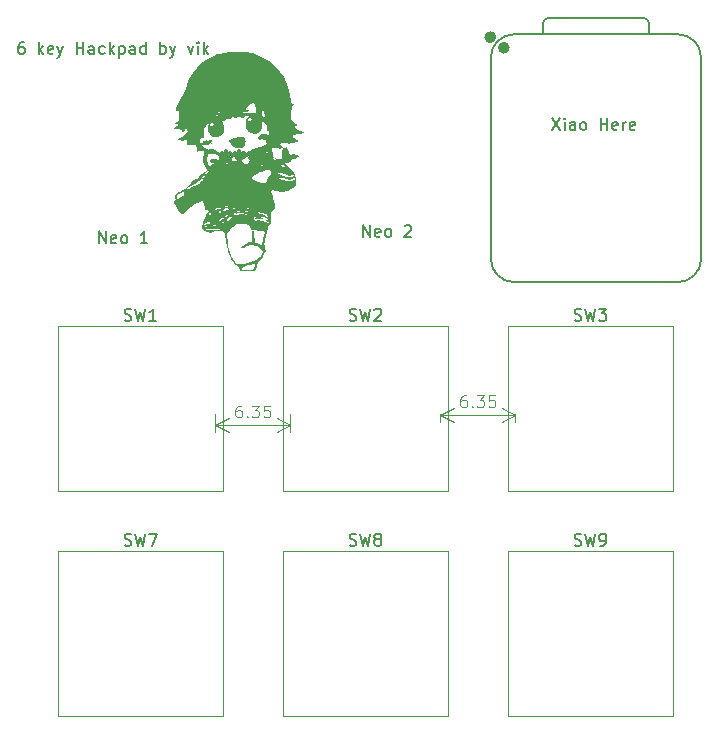
<source format=gbr>
%TF.GenerationSoftware,KiCad,Pcbnew,9.0.2*%
%TF.CreationDate,2025-07-11T15:40:20+10:00*%
%TF.ProjectId,Exportable hackpad pccb,4578706f-7274-4616-926c-65206861636b,rev?*%
%TF.SameCoordinates,Original*%
%TF.FileFunction,Legend,Top*%
%TF.FilePolarity,Positive*%
%FSLAX46Y46*%
G04 Gerber Fmt 4.6, Leading zero omitted, Abs format (unit mm)*
G04 Created by KiCad (PCBNEW 9.0.2) date 2025-07-11 15:40:20*
%MOMM*%
%LPD*%
G01*
G04 APERTURE LIST*
%ADD10C,0.150000*%
%ADD11C,0.100000*%
%ADD12C,0.300000*%
%ADD13C,0.120000*%
%ADD14C,0.000000*%
%ADD15C,0.127000*%
%ADD16C,0.504000*%
G04 APERTURE END LIST*
D10*
X151255529Y-90409819D02*
X151255529Y-89409819D01*
X151255529Y-89409819D02*
X151826957Y-90409819D01*
X151826957Y-90409819D02*
X151826957Y-89409819D01*
X152684100Y-90362200D02*
X152588862Y-90409819D01*
X152588862Y-90409819D02*
X152398386Y-90409819D01*
X152398386Y-90409819D02*
X152303148Y-90362200D01*
X152303148Y-90362200D02*
X152255529Y-90266961D01*
X152255529Y-90266961D02*
X152255529Y-89886009D01*
X152255529Y-89886009D02*
X152303148Y-89790771D01*
X152303148Y-89790771D02*
X152398386Y-89743152D01*
X152398386Y-89743152D02*
X152588862Y-89743152D01*
X152588862Y-89743152D02*
X152684100Y-89790771D01*
X152684100Y-89790771D02*
X152731719Y-89886009D01*
X152731719Y-89886009D02*
X152731719Y-89981247D01*
X152731719Y-89981247D02*
X152255529Y-90076485D01*
X153303148Y-90409819D02*
X153207910Y-90362200D01*
X153207910Y-90362200D02*
X153160291Y-90314580D01*
X153160291Y-90314580D02*
X153112672Y-90219342D01*
X153112672Y-90219342D02*
X153112672Y-89933628D01*
X153112672Y-89933628D02*
X153160291Y-89838390D01*
X153160291Y-89838390D02*
X153207910Y-89790771D01*
X153207910Y-89790771D02*
X153303148Y-89743152D01*
X153303148Y-89743152D02*
X153446005Y-89743152D01*
X153446005Y-89743152D02*
X153541243Y-89790771D01*
X153541243Y-89790771D02*
X153588862Y-89838390D01*
X153588862Y-89838390D02*
X153636481Y-89933628D01*
X153636481Y-89933628D02*
X153636481Y-90219342D01*
X153636481Y-90219342D02*
X153588862Y-90314580D01*
X153588862Y-90314580D02*
X153541243Y-90362200D01*
X153541243Y-90362200D02*
X153446005Y-90409819D01*
X153446005Y-90409819D02*
X153303148Y-90409819D01*
X154779339Y-89505057D02*
X154826958Y-89457438D01*
X154826958Y-89457438D02*
X154922196Y-89409819D01*
X154922196Y-89409819D02*
X155160291Y-89409819D01*
X155160291Y-89409819D02*
X155255529Y-89457438D01*
X155255529Y-89457438D02*
X155303148Y-89505057D01*
X155303148Y-89505057D02*
X155350767Y-89600295D01*
X155350767Y-89600295D02*
X155350767Y-89695533D01*
X155350767Y-89695533D02*
X155303148Y-89838390D01*
X155303148Y-89838390D02*
X154731720Y-90409819D01*
X154731720Y-90409819D02*
X155350767Y-90409819D01*
X167260291Y-80369819D02*
X167926957Y-81369819D01*
X167926957Y-80369819D02*
X167260291Y-81369819D01*
X168307910Y-81369819D02*
X168307910Y-80703152D01*
X168307910Y-80369819D02*
X168260291Y-80417438D01*
X168260291Y-80417438D02*
X168307910Y-80465057D01*
X168307910Y-80465057D02*
X168355529Y-80417438D01*
X168355529Y-80417438D02*
X168307910Y-80369819D01*
X168307910Y-80369819D02*
X168307910Y-80465057D01*
X169212671Y-81369819D02*
X169212671Y-80846009D01*
X169212671Y-80846009D02*
X169165052Y-80750771D01*
X169165052Y-80750771D02*
X169069814Y-80703152D01*
X169069814Y-80703152D02*
X168879338Y-80703152D01*
X168879338Y-80703152D02*
X168784100Y-80750771D01*
X169212671Y-81322200D02*
X169117433Y-81369819D01*
X169117433Y-81369819D02*
X168879338Y-81369819D01*
X168879338Y-81369819D02*
X168784100Y-81322200D01*
X168784100Y-81322200D02*
X168736481Y-81226961D01*
X168736481Y-81226961D02*
X168736481Y-81131723D01*
X168736481Y-81131723D02*
X168784100Y-81036485D01*
X168784100Y-81036485D02*
X168879338Y-80988866D01*
X168879338Y-80988866D02*
X169117433Y-80988866D01*
X169117433Y-80988866D02*
X169212671Y-80941247D01*
X169831719Y-81369819D02*
X169736481Y-81322200D01*
X169736481Y-81322200D02*
X169688862Y-81274580D01*
X169688862Y-81274580D02*
X169641243Y-81179342D01*
X169641243Y-81179342D02*
X169641243Y-80893628D01*
X169641243Y-80893628D02*
X169688862Y-80798390D01*
X169688862Y-80798390D02*
X169736481Y-80750771D01*
X169736481Y-80750771D02*
X169831719Y-80703152D01*
X169831719Y-80703152D02*
X169974576Y-80703152D01*
X169974576Y-80703152D02*
X170069814Y-80750771D01*
X170069814Y-80750771D02*
X170117433Y-80798390D01*
X170117433Y-80798390D02*
X170165052Y-80893628D01*
X170165052Y-80893628D02*
X170165052Y-81179342D01*
X170165052Y-81179342D02*
X170117433Y-81274580D01*
X170117433Y-81274580D02*
X170069814Y-81322200D01*
X170069814Y-81322200D02*
X169974576Y-81369819D01*
X169974576Y-81369819D02*
X169831719Y-81369819D01*
X171355529Y-81369819D02*
X171355529Y-80369819D01*
X171355529Y-80846009D02*
X171926957Y-80846009D01*
X171926957Y-81369819D02*
X171926957Y-80369819D01*
X172784100Y-81322200D02*
X172688862Y-81369819D01*
X172688862Y-81369819D02*
X172498386Y-81369819D01*
X172498386Y-81369819D02*
X172403148Y-81322200D01*
X172403148Y-81322200D02*
X172355529Y-81226961D01*
X172355529Y-81226961D02*
X172355529Y-80846009D01*
X172355529Y-80846009D02*
X172403148Y-80750771D01*
X172403148Y-80750771D02*
X172498386Y-80703152D01*
X172498386Y-80703152D02*
X172688862Y-80703152D01*
X172688862Y-80703152D02*
X172784100Y-80750771D01*
X172784100Y-80750771D02*
X172831719Y-80846009D01*
X172831719Y-80846009D02*
X172831719Y-80941247D01*
X172831719Y-80941247D02*
X172355529Y-81036485D01*
X173260291Y-81369819D02*
X173260291Y-80703152D01*
X173260291Y-80893628D02*
X173307910Y-80798390D01*
X173307910Y-80798390D02*
X173355529Y-80750771D01*
X173355529Y-80750771D02*
X173450767Y-80703152D01*
X173450767Y-80703152D02*
X173546005Y-80703152D01*
X174260291Y-81322200D02*
X174165053Y-81369819D01*
X174165053Y-81369819D02*
X173974577Y-81369819D01*
X173974577Y-81369819D02*
X173879339Y-81322200D01*
X173879339Y-81322200D02*
X173831720Y-81226961D01*
X173831720Y-81226961D02*
X173831720Y-80846009D01*
X173831720Y-80846009D02*
X173879339Y-80750771D01*
X173879339Y-80750771D02*
X173974577Y-80703152D01*
X173974577Y-80703152D02*
X174165053Y-80703152D01*
X174165053Y-80703152D02*
X174260291Y-80750771D01*
X174260291Y-80750771D02*
X174307910Y-80846009D01*
X174307910Y-80846009D02*
X174307910Y-80941247D01*
X174307910Y-80941247D02*
X173831720Y-81036485D01*
X122514100Y-73939819D02*
X122323624Y-73939819D01*
X122323624Y-73939819D02*
X122228386Y-73987438D01*
X122228386Y-73987438D02*
X122180767Y-74035057D01*
X122180767Y-74035057D02*
X122085529Y-74177914D01*
X122085529Y-74177914D02*
X122037910Y-74368390D01*
X122037910Y-74368390D02*
X122037910Y-74749342D01*
X122037910Y-74749342D02*
X122085529Y-74844580D01*
X122085529Y-74844580D02*
X122133148Y-74892200D01*
X122133148Y-74892200D02*
X122228386Y-74939819D01*
X122228386Y-74939819D02*
X122418862Y-74939819D01*
X122418862Y-74939819D02*
X122514100Y-74892200D01*
X122514100Y-74892200D02*
X122561719Y-74844580D01*
X122561719Y-74844580D02*
X122609338Y-74749342D01*
X122609338Y-74749342D02*
X122609338Y-74511247D01*
X122609338Y-74511247D02*
X122561719Y-74416009D01*
X122561719Y-74416009D02*
X122514100Y-74368390D01*
X122514100Y-74368390D02*
X122418862Y-74320771D01*
X122418862Y-74320771D02*
X122228386Y-74320771D01*
X122228386Y-74320771D02*
X122133148Y-74368390D01*
X122133148Y-74368390D02*
X122085529Y-74416009D01*
X122085529Y-74416009D02*
X122037910Y-74511247D01*
X123799815Y-74939819D02*
X123799815Y-73939819D01*
X123895053Y-74558866D02*
X124180767Y-74939819D01*
X124180767Y-74273152D02*
X123799815Y-74654104D01*
X124990291Y-74892200D02*
X124895053Y-74939819D01*
X124895053Y-74939819D02*
X124704577Y-74939819D01*
X124704577Y-74939819D02*
X124609339Y-74892200D01*
X124609339Y-74892200D02*
X124561720Y-74796961D01*
X124561720Y-74796961D02*
X124561720Y-74416009D01*
X124561720Y-74416009D02*
X124609339Y-74320771D01*
X124609339Y-74320771D02*
X124704577Y-74273152D01*
X124704577Y-74273152D02*
X124895053Y-74273152D01*
X124895053Y-74273152D02*
X124990291Y-74320771D01*
X124990291Y-74320771D02*
X125037910Y-74416009D01*
X125037910Y-74416009D02*
X125037910Y-74511247D01*
X125037910Y-74511247D02*
X124561720Y-74606485D01*
X125371244Y-74273152D02*
X125609339Y-74939819D01*
X125847434Y-74273152D02*
X125609339Y-74939819D01*
X125609339Y-74939819D02*
X125514101Y-75177914D01*
X125514101Y-75177914D02*
X125466482Y-75225533D01*
X125466482Y-75225533D02*
X125371244Y-75273152D01*
X126990292Y-74939819D02*
X126990292Y-73939819D01*
X126990292Y-74416009D02*
X127561720Y-74416009D01*
X127561720Y-74939819D02*
X127561720Y-73939819D01*
X128466482Y-74939819D02*
X128466482Y-74416009D01*
X128466482Y-74416009D02*
X128418863Y-74320771D01*
X128418863Y-74320771D02*
X128323625Y-74273152D01*
X128323625Y-74273152D02*
X128133149Y-74273152D01*
X128133149Y-74273152D02*
X128037911Y-74320771D01*
X128466482Y-74892200D02*
X128371244Y-74939819D01*
X128371244Y-74939819D02*
X128133149Y-74939819D01*
X128133149Y-74939819D02*
X128037911Y-74892200D01*
X128037911Y-74892200D02*
X127990292Y-74796961D01*
X127990292Y-74796961D02*
X127990292Y-74701723D01*
X127990292Y-74701723D02*
X128037911Y-74606485D01*
X128037911Y-74606485D02*
X128133149Y-74558866D01*
X128133149Y-74558866D02*
X128371244Y-74558866D01*
X128371244Y-74558866D02*
X128466482Y-74511247D01*
X129371244Y-74892200D02*
X129276006Y-74939819D01*
X129276006Y-74939819D02*
X129085530Y-74939819D01*
X129085530Y-74939819D02*
X128990292Y-74892200D01*
X128990292Y-74892200D02*
X128942673Y-74844580D01*
X128942673Y-74844580D02*
X128895054Y-74749342D01*
X128895054Y-74749342D02*
X128895054Y-74463628D01*
X128895054Y-74463628D02*
X128942673Y-74368390D01*
X128942673Y-74368390D02*
X128990292Y-74320771D01*
X128990292Y-74320771D02*
X129085530Y-74273152D01*
X129085530Y-74273152D02*
X129276006Y-74273152D01*
X129276006Y-74273152D02*
X129371244Y-74320771D01*
X129799816Y-74939819D02*
X129799816Y-73939819D01*
X129895054Y-74558866D02*
X130180768Y-74939819D01*
X130180768Y-74273152D02*
X129799816Y-74654104D01*
X130609340Y-74273152D02*
X130609340Y-75273152D01*
X130609340Y-74320771D02*
X130704578Y-74273152D01*
X130704578Y-74273152D02*
X130895054Y-74273152D01*
X130895054Y-74273152D02*
X130990292Y-74320771D01*
X130990292Y-74320771D02*
X131037911Y-74368390D01*
X131037911Y-74368390D02*
X131085530Y-74463628D01*
X131085530Y-74463628D02*
X131085530Y-74749342D01*
X131085530Y-74749342D02*
X131037911Y-74844580D01*
X131037911Y-74844580D02*
X130990292Y-74892200D01*
X130990292Y-74892200D02*
X130895054Y-74939819D01*
X130895054Y-74939819D02*
X130704578Y-74939819D01*
X130704578Y-74939819D02*
X130609340Y-74892200D01*
X131942673Y-74939819D02*
X131942673Y-74416009D01*
X131942673Y-74416009D02*
X131895054Y-74320771D01*
X131895054Y-74320771D02*
X131799816Y-74273152D01*
X131799816Y-74273152D02*
X131609340Y-74273152D01*
X131609340Y-74273152D02*
X131514102Y-74320771D01*
X131942673Y-74892200D02*
X131847435Y-74939819D01*
X131847435Y-74939819D02*
X131609340Y-74939819D01*
X131609340Y-74939819D02*
X131514102Y-74892200D01*
X131514102Y-74892200D02*
X131466483Y-74796961D01*
X131466483Y-74796961D02*
X131466483Y-74701723D01*
X131466483Y-74701723D02*
X131514102Y-74606485D01*
X131514102Y-74606485D02*
X131609340Y-74558866D01*
X131609340Y-74558866D02*
X131847435Y-74558866D01*
X131847435Y-74558866D02*
X131942673Y-74511247D01*
X132847435Y-74939819D02*
X132847435Y-73939819D01*
X132847435Y-74892200D02*
X132752197Y-74939819D01*
X132752197Y-74939819D02*
X132561721Y-74939819D01*
X132561721Y-74939819D02*
X132466483Y-74892200D01*
X132466483Y-74892200D02*
X132418864Y-74844580D01*
X132418864Y-74844580D02*
X132371245Y-74749342D01*
X132371245Y-74749342D02*
X132371245Y-74463628D01*
X132371245Y-74463628D02*
X132418864Y-74368390D01*
X132418864Y-74368390D02*
X132466483Y-74320771D01*
X132466483Y-74320771D02*
X132561721Y-74273152D01*
X132561721Y-74273152D02*
X132752197Y-74273152D01*
X132752197Y-74273152D02*
X132847435Y-74320771D01*
X134085531Y-74939819D02*
X134085531Y-73939819D01*
X134085531Y-74320771D02*
X134180769Y-74273152D01*
X134180769Y-74273152D02*
X134371245Y-74273152D01*
X134371245Y-74273152D02*
X134466483Y-74320771D01*
X134466483Y-74320771D02*
X134514102Y-74368390D01*
X134514102Y-74368390D02*
X134561721Y-74463628D01*
X134561721Y-74463628D02*
X134561721Y-74749342D01*
X134561721Y-74749342D02*
X134514102Y-74844580D01*
X134514102Y-74844580D02*
X134466483Y-74892200D01*
X134466483Y-74892200D02*
X134371245Y-74939819D01*
X134371245Y-74939819D02*
X134180769Y-74939819D01*
X134180769Y-74939819D02*
X134085531Y-74892200D01*
X134895055Y-74273152D02*
X135133150Y-74939819D01*
X135371245Y-74273152D02*
X135133150Y-74939819D01*
X135133150Y-74939819D02*
X135037912Y-75177914D01*
X135037912Y-75177914D02*
X134990293Y-75225533D01*
X134990293Y-75225533D02*
X134895055Y-75273152D01*
X136418865Y-74273152D02*
X136656960Y-74939819D01*
X136656960Y-74939819D02*
X136895055Y-74273152D01*
X137276008Y-74939819D02*
X137276008Y-74273152D01*
X137276008Y-73939819D02*
X137228389Y-73987438D01*
X137228389Y-73987438D02*
X137276008Y-74035057D01*
X137276008Y-74035057D02*
X137323627Y-73987438D01*
X137323627Y-73987438D02*
X137276008Y-73939819D01*
X137276008Y-73939819D02*
X137276008Y-74035057D01*
X137752198Y-74939819D02*
X137752198Y-73939819D01*
X137847436Y-74558866D02*
X138133150Y-74939819D01*
X138133150Y-74273152D02*
X137752198Y-74654104D01*
X128895529Y-90959819D02*
X128895529Y-89959819D01*
X128895529Y-89959819D02*
X129466957Y-90959819D01*
X129466957Y-90959819D02*
X129466957Y-89959819D01*
X130324100Y-90912200D02*
X130228862Y-90959819D01*
X130228862Y-90959819D02*
X130038386Y-90959819D01*
X130038386Y-90959819D02*
X129943148Y-90912200D01*
X129943148Y-90912200D02*
X129895529Y-90816961D01*
X129895529Y-90816961D02*
X129895529Y-90436009D01*
X129895529Y-90436009D02*
X129943148Y-90340771D01*
X129943148Y-90340771D02*
X130038386Y-90293152D01*
X130038386Y-90293152D02*
X130228862Y-90293152D01*
X130228862Y-90293152D02*
X130324100Y-90340771D01*
X130324100Y-90340771D02*
X130371719Y-90436009D01*
X130371719Y-90436009D02*
X130371719Y-90531247D01*
X130371719Y-90531247D02*
X129895529Y-90626485D01*
X130943148Y-90959819D02*
X130847910Y-90912200D01*
X130847910Y-90912200D02*
X130800291Y-90864580D01*
X130800291Y-90864580D02*
X130752672Y-90769342D01*
X130752672Y-90769342D02*
X130752672Y-90483628D01*
X130752672Y-90483628D02*
X130800291Y-90388390D01*
X130800291Y-90388390D02*
X130847910Y-90340771D01*
X130847910Y-90340771D02*
X130943148Y-90293152D01*
X130943148Y-90293152D02*
X131086005Y-90293152D01*
X131086005Y-90293152D02*
X131181243Y-90340771D01*
X131181243Y-90340771D02*
X131228862Y-90388390D01*
X131228862Y-90388390D02*
X131276481Y-90483628D01*
X131276481Y-90483628D02*
X131276481Y-90769342D01*
X131276481Y-90769342D02*
X131228862Y-90864580D01*
X131228862Y-90864580D02*
X131181243Y-90912200D01*
X131181243Y-90912200D02*
X131086005Y-90959819D01*
X131086005Y-90959819D02*
X130943148Y-90959819D01*
X132990767Y-90959819D02*
X132419339Y-90959819D01*
X132705053Y-90959819D02*
X132705053Y-89959819D01*
X132705053Y-89959819D02*
X132609815Y-90102676D01*
X132609815Y-90102676D02*
X132514577Y-90197914D01*
X132514577Y-90197914D02*
X132419339Y-90245533D01*
D11*
X159972500Y-103838669D02*
X159782024Y-103838669D01*
X159782024Y-103838669D02*
X159686786Y-103886288D01*
X159686786Y-103886288D02*
X159639167Y-103933907D01*
X159639167Y-103933907D02*
X159543929Y-104076764D01*
X159543929Y-104076764D02*
X159496310Y-104267240D01*
X159496310Y-104267240D02*
X159496310Y-104648192D01*
X159496310Y-104648192D02*
X159543929Y-104743430D01*
X159543929Y-104743430D02*
X159591548Y-104791050D01*
X159591548Y-104791050D02*
X159686786Y-104838669D01*
X159686786Y-104838669D02*
X159877262Y-104838669D01*
X159877262Y-104838669D02*
X159972500Y-104791050D01*
X159972500Y-104791050D02*
X160020119Y-104743430D01*
X160020119Y-104743430D02*
X160067738Y-104648192D01*
X160067738Y-104648192D02*
X160067738Y-104410097D01*
X160067738Y-104410097D02*
X160020119Y-104314859D01*
X160020119Y-104314859D02*
X159972500Y-104267240D01*
X159972500Y-104267240D02*
X159877262Y-104219621D01*
X159877262Y-104219621D02*
X159686786Y-104219621D01*
X159686786Y-104219621D02*
X159591548Y-104267240D01*
X159591548Y-104267240D02*
X159543929Y-104314859D01*
X159543929Y-104314859D02*
X159496310Y-104410097D01*
X160496310Y-104743430D02*
X160543929Y-104791050D01*
X160543929Y-104791050D02*
X160496310Y-104838669D01*
X160496310Y-104838669D02*
X160448691Y-104791050D01*
X160448691Y-104791050D02*
X160496310Y-104743430D01*
X160496310Y-104743430D02*
X160496310Y-104838669D01*
X160877262Y-103838669D02*
X161496309Y-103838669D01*
X161496309Y-103838669D02*
X161162976Y-104219621D01*
X161162976Y-104219621D02*
X161305833Y-104219621D01*
X161305833Y-104219621D02*
X161401071Y-104267240D01*
X161401071Y-104267240D02*
X161448690Y-104314859D01*
X161448690Y-104314859D02*
X161496309Y-104410097D01*
X161496309Y-104410097D02*
X161496309Y-104648192D01*
X161496309Y-104648192D02*
X161448690Y-104743430D01*
X161448690Y-104743430D02*
X161401071Y-104791050D01*
X161401071Y-104791050D02*
X161305833Y-104838669D01*
X161305833Y-104838669D02*
X161020119Y-104838669D01*
X161020119Y-104838669D02*
X160924881Y-104791050D01*
X160924881Y-104791050D02*
X160877262Y-104743430D01*
X162401071Y-103838669D02*
X161924881Y-103838669D01*
X161924881Y-103838669D02*
X161877262Y-104314859D01*
X161877262Y-104314859D02*
X161924881Y-104267240D01*
X161924881Y-104267240D02*
X162020119Y-104219621D01*
X162020119Y-104219621D02*
X162258214Y-104219621D01*
X162258214Y-104219621D02*
X162353452Y-104267240D01*
X162353452Y-104267240D02*
X162401071Y-104314859D01*
X162401071Y-104314859D02*
X162448690Y-104410097D01*
X162448690Y-104410097D02*
X162448690Y-104648192D01*
X162448690Y-104648192D02*
X162401071Y-104743430D01*
X162401071Y-104743430D02*
X162353452Y-104791050D01*
X162353452Y-104791050D02*
X162258214Y-104838669D01*
X162258214Y-104838669D02*
X162020119Y-104838669D01*
X162020119Y-104838669D02*
X161924881Y-104791050D01*
X161924881Y-104791050D02*
X161877262Y-104743430D01*
X157797500Y-105433750D02*
X157797500Y-106067670D01*
X164147500Y-106067670D02*
X164147500Y-105433750D01*
X157797500Y-105481250D02*
X164147500Y-105481250D01*
X157797500Y-105481250D02*
X158924004Y-104894829D01*
X157797500Y-105481250D02*
X158924004Y-106067671D01*
X164147500Y-105481250D02*
X163020996Y-106067671D01*
X164147500Y-105481250D02*
X163020996Y-104894829D01*
X140922500Y-104697419D02*
X140732024Y-104697419D01*
X140732024Y-104697419D02*
X140636786Y-104745038D01*
X140636786Y-104745038D02*
X140589167Y-104792657D01*
X140589167Y-104792657D02*
X140493929Y-104935514D01*
X140493929Y-104935514D02*
X140446310Y-105125990D01*
X140446310Y-105125990D02*
X140446310Y-105506942D01*
X140446310Y-105506942D02*
X140493929Y-105602180D01*
X140493929Y-105602180D02*
X140541548Y-105649800D01*
X140541548Y-105649800D02*
X140636786Y-105697419D01*
X140636786Y-105697419D02*
X140827262Y-105697419D01*
X140827262Y-105697419D02*
X140922500Y-105649800D01*
X140922500Y-105649800D02*
X140970119Y-105602180D01*
X140970119Y-105602180D02*
X141017738Y-105506942D01*
X141017738Y-105506942D02*
X141017738Y-105268847D01*
X141017738Y-105268847D02*
X140970119Y-105173609D01*
X140970119Y-105173609D02*
X140922500Y-105125990D01*
X140922500Y-105125990D02*
X140827262Y-105078371D01*
X140827262Y-105078371D02*
X140636786Y-105078371D01*
X140636786Y-105078371D02*
X140541548Y-105125990D01*
X140541548Y-105125990D02*
X140493929Y-105173609D01*
X140493929Y-105173609D02*
X140446310Y-105268847D01*
X141446310Y-105602180D02*
X141493929Y-105649800D01*
X141493929Y-105649800D02*
X141446310Y-105697419D01*
X141446310Y-105697419D02*
X141398691Y-105649800D01*
X141398691Y-105649800D02*
X141446310Y-105602180D01*
X141446310Y-105602180D02*
X141446310Y-105697419D01*
X141827262Y-104697419D02*
X142446309Y-104697419D01*
X142446309Y-104697419D02*
X142112976Y-105078371D01*
X142112976Y-105078371D02*
X142255833Y-105078371D01*
X142255833Y-105078371D02*
X142351071Y-105125990D01*
X142351071Y-105125990D02*
X142398690Y-105173609D01*
X142398690Y-105173609D02*
X142446309Y-105268847D01*
X142446309Y-105268847D02*
X142446309Y-105506942D01*
X142446309Y-105506942D02*
X142398690Y-105602180D01*
X142398690Y-105602180D02*
X142351071Y-105649800D01*
X142351071Y-105649800D02*
X142255833Y-105697419D01*
X142255833Y-105697419D02*
X141970119Y-105697419D01*
X141970119Y-105697419D02*
X141874881Y-105649800D01*
X141874881Y-105649800D02*
X141827262Y-105602180D01*
X143351071Y-104697419D02*
X142874881Y-104697419D01*
X142874881Y-104697419D02*
X142827262Y-105173609D01*
X142827262Y-105173609D02*
X142874881Y-105125990D01*
X142874881Y-105125990D02*
X142970119Y-105078371D01*
X142970119Y-105078371D02*
X143208214Y-105078371D01*
X143208214Y-105078371D02*
X143303452Y-105125990D01*
X143303452Y-105125990D02*
X143351071Y-105173609D01*
X143351071Y-105173609D02*
X143398690Y-105268847D01*
X143398690Y-105268847D02*
X143398690Y-105506942D01*
X143398690Y-105506942D02*
X143351071Y-105602180D01*
X143351071Y-105602180D02*
X143303452Y-105649800D01*
X143303452Y-105649800D02*
X143208214Y-105697419D01*
X143208214Y-105697419D02*
X142970119Y-105697419D01*
X142970119Y-105697419D02*
X142874881Y-105649800D01*
X142874881Y-105649800D02*
X142827262Y-105602180D01*
X138747500Y-105433750D02*
X138747500Y-106926420D01*
X145097500Y-106926420D02*
X145097500Y-105433750D01*
X138747500Y-106340000D02*
X145097500Y-106340000D01*
X138747500Y-106340000D02*
X139874004Y-105753579D01*
X138747500Y-106340000D02*
X139874004Y-106926421D01*
X145097500Y-106340000D02*
X143970996Y-106926421D01*
X145097500Y-106340000D02*
X143970996Y-105753579D01*
D10*
X169164167Y-97466950D02*
X169307024Y-97514569D01*
X169307024Y-97514569D02*
X169545119Y-97514569D01*
X169545119Y-97514569D02*
X169640357Y-97466950D01*
X169640357Y-97466950D02*
X169687976Y-97419330D01*
X169687976Y-97419330D02*
X169735595Y-97324092D01*
X169735595Y-97324092D02*
X169735595Y-97228854D01*
X169735595Y-97228854D02*
X169687976Y-97133616D01*
X169687976Y-97133616D02*
X169640357Y-97085997D01*
X169640357Y-97085997D02*
X169545119Y-97038378D01*
X169545119Y-97038378D02*
X169354643Y-96990759D01*
X169354643Y-96990759D02*
X169259405Y-96943140D01*
X169259405Y-96943140D02*
X169211786Y-96895521D01*
X169211786Y-96895521D02*
X169164167Y-96800283D01*
X169164167Y-96800283D02*
X169164167Y-96705045D01*
X169164167Y-96705045D02*
X169211786Y-96609807D01*
X169211786Y-96609807D02*
X169259405Y-96562188D01*
X169259405Y-96562188D02*
X169354643Y-96514569D01*
X169354643Y-96514569D02*
X169592738Y-96514569D01*
X169592738Y-96514569D02*
X169735595Y-96562188D01*
X170068929Y-96514569D02*
X170307024Y-97514569D01*
X170307024Y-97514569D02*
X170497500Y-96800283D01*
X170497500Y-96800283D02*
X170687976Y-97514569D01*
X170687976Y-97514569D02*
X170926072Y-96514569D01*
X171211786Y-96514569D02*
X171830833Y-96514569D01*
X171830833Y-96514569D02*
X171497500Y-96895521D01*
X171497500Y-96895521D02*
X171640357Y-96895521D01*
X171640357Y-96895521D02*
X171735595Y-96943140D01*
X171735595Y-96943140D02*
X171783214Y-96990759D01*
X171783214Y-96990759D02*
X171830833Y-97085997D01*
X171830833Y-97085997D02*
X171830833Y-97324092D01*
X171830833Y-97324092D02*
X171783214Y-97419330D01*
X171783214Y-97419330D02*
X171735595Y-97466950D01*
X171735595Y-97466950D02*
X171640357Y-97514569D01*
X171640357Y-97514569D02*
X171354643Y-97514569D01*
X171354643Y-97514569D02*
X171259405Y-97466950D01*
X171259405Y-97466950D02*
X171211786Y-97419330D01*
X169164167Y-116516950D02*
X169307024Y-116564569D01*
X169307024Y-116564569D02*
X169545119Y-116564569D01*
X169545119Y-116564569D02*
X169640357Y-116516950D01*
X169640357Y-116516950D02*
X169687976Y-116469330D01*
X169687976Y-116469330D02*
X169735595Y-116374092D01*
X169735595Y-116374092D02*
X169735595Y-116278854D01*
X169735595Y-116278854D02*
X169687976Y-116183616D01*
X169687976Y-116183616D02*
X169640357Y-116135997D01*
X169640357Y-116135997D02*
X169545119Y-116088378D01*
X169545119Y-116088378D02*
X169354643Y-116040759D01*
X169354643Y-116040759D02*
X169259405Y-115993140D01*
X169259405Y-115993140D02*
X169211786Y-115945521D01*
X169211786Y-115945521D02*
X169164167Y-115850283D01*
X169164167Y-115850283D02*
X169164167Y-115755045D01*
X169164167Y-115755045D02*
X169211786Y-115659807D01*
X169211786Y-115659807D02*
X169259405Y-115612188D01*
X169259405Y-115612188D02*
X169354643Y-115564569D01*
X169354643Y-115564569D02*
X169592738Y-115564569D01*
X169592738Y-115564569D02*
X169735595Y-115612188D01*
X170068929Y-115564569D02*
X170307024Y-116564569D01*
X170307024Y-116564569D02*
X170497500Y-115850283D01*
X170497500Y-115850283D02*
X170687976Y-116564569D01*
X170687976Y-116564569D02*
X170926072Y-115564569D01*
X171354643Y-116564569D02*
X171545119Y-116564569D01*
X171545119Y-116564569D02*
X171640357Y-116516950D01*
X171640357Y-116516950D02*
X171687976Y-116469330D01*
X171687976Y-116469330D02*
X171783214Y-116326473D01*
X171783214Y-116326473D02*
X171830833Y-116135997D01*
X171830833Y-116135997D02*
X171830833Y-115755045D01*
X171830833Y-115755045D02*
X171783214Y-115659807D01*
X171783214Y-115659807D02*
X171735595Y-115612188D01*
X171735595Y-115612188D02*
X171640357Y-115564569D01*
X171640357Y-115564569D02*
X171449881Y-115564569D01*
X171449881Y-115564569D02*
X171354643Y-115612188D01*
X171354643Y-115612188D02*
X171307024Y-115659807D01*
X171307024Y-115659807D02*
X171259405Y-115755045D01*
X171259405Y-115755045D02*
X171259405Y-115993140D01*
X171259405Y-115993140D02*
X171307024Y-116088378D01*
X171307024Y-116088378D02*
X171354643Y-116135997D01*
X171354643Y-116135997D02*
X171449881Y-116183616D01*
X171449881Y-116183616D02*
X171640357Y-116183616D01*
X171640357Y-116183616D02*
X171735595Y-116135997D01*
X171735595Y-116135997D02*
X171783214Y-116088378D01*
X171783214Y-116088378D02*
X171830833Y-115993140D01*
D12*
X138717322Y-83209757D02*
X138574465Y-83138328D01*
X138574465Y-83138328D02*
X138360179Y-83138328D01*
X138360179Y-83138328D02*
X138145893Y-83209757D01*
X138145893Y-83209757D02*
X138003036Y-83352614D01*
X138003036Y-83352614D02*
X137931607Y-83495471D01*
X137931607Y-83495471D02*
X137860179Y-83781185D01*
X137860179Y-83781185D02*
X137860179Y-83995471D01*
X137860179Y-83995471D02*
X137931607Y-84281185D01*
X137931607Y-84281185D02*
X138003036Y-84424042D01*
X138003036Y-84424042D02*
X138145893Y-84566900D01*
X138145893Y-84566900D02*
X138360179Y-84638328D01*
X138360179Y-84638328D02*
X138503036Y-84638328D01*
X138503036Y-84638328D02*
X138717322Y-84566900D01*
X138717322Y-84566900D02*
X138788750Y-84495471D01*
X138788750Y-84495471D02*
X138788750Y-83995471D01*
X138788750Y-83995471D02*
X138503036Y-83995471D01*
X139645893Y-83138328D02*
X139645893Y-83495471D01*
X139288750Y-83352614D02*
X139645893Y-83495471D01*
X139645893Y-83495471D02*
X140003036Y-83352614D01*
X139431607Y-83781185D02*
X139645893Y-83495471D01*
X139645893Y-83495471D02*
X139860179Y-83781185D01*
X140788750Y-83138328D02*
X140788750Y-83495471D01*
X140431607Y-83352614D02*
X140788750Y-83495471D01*
X140788750Y-83495471D02*
X141145893Y-83352614D01*
X140574464Y-83781185D02*
X140788750Y-83495471D01*
X140788750Y-83495471D02*
X141003036Y-83781185D01*
X141931607Y-83138328D02*
X141931607Y-83495471D01*
X141574464Y-83352614D02*
X141931607Y-83495471D01*
X141931607Y-83495471D02*
X142288750Y-83352614D01*
X141717321Y-83781185D02*
X141931607Y-83495471D01*
X141931607Y-83495471D02*
X142145893Y-83781185D01*
D10*
X150114167Y-116516950D02*
X150257024Y-116564569D01*
X150257024Y-116564569D02*
X150495119Y-116564569D01*
X150495119Y-116564569D02*
X150590357Y-116516950D01*
X150590357Y-116516950D02*
X150637976Y-116469330D01*
X150637976Y-116469330D02*
X150685595Y-116374092D01*
X150685595Y-116374092D02*
X150685595Y-116278854D01*
X150685595Y-116278854D02*
X150637976Y-116183616D01*
X150637976Y-116183616D02*
X150590357Y-116135997D01*
X150590357Y-116135997D02*
X150495119Y-116088378D01*
X150495119Y-116088378D02*
X150304643Y-116040759D01*
X150304643Y-116040759D02*
X150209405Y-115993140D01*
X150209405Y-115993140D02*
X150161786Y-115945521D01*
X150161786Y-115945521D02*
X150114167Y-115850283D01*
X150114167Y-115850283D02*
X150114167Y-115755045D01*
X150114167Y-115755045D02*
X150161786Y-115659807D01*
X150161786Y-115659807D02*
X150209405Y-115612188D01*
X150209405Y-115612188D02*
X150304643Y-115564569D01*
X150304643Y-115564569D02*
X150542738Y-115564569D01*
X150542738Y-115564569D02*
X150685595Y-115612188D01*
X151018929Y-115564569D02*
X151257024Y-116564569D01*
X151257024Y-116564569D02*
X151447500Y-115850283D01*
X151447500Y-115850283D02*
X151637976Y-116564569D01*
X151637976Y-116564569D02*
X151876072Y-115564569D01*
X152399881Y-115993140D02*
X152304643Y-115945521D01*
X152304643Y-115945521D02*
X152257024Y-115897902D01*
X152257024Y-115897902D02*
X152209405Y-115802664D01*
X152209405Y-115802664D02*
X152209405Y-115755045D01*
X152209405Y-115755045D02*
X152257024Y-115659807D01*
X152257024Y-115659807D02*
X152304643Y-115612188D01*
X152304643Y-115612188D02*
X152399881Y-115564569D01*
X152399881Y-115564569D02*
X152590357Y-115564569D01*
X152590357Y-115564569D02*
X152685595Y-115612188D01*
X152685595Y-115612188D02*
X152733214Y-115659807D01*
X152733214Y-115659807D02*
X152780833Y-115755045D01*
X152780833Y-115755045D02*
X152780833Y-115802664D01*
X152780833Y-115802664D02*
X152733214Y-115897902D01*
X152733214Y-115897902D02*
X152685595Y-115945521D01*
X152685595Y-115945521D02*
X152590357Y-115993140D01*
X152590357Y-115993140D02*
X152399881Y-115993140D01*
X152399881Y-115993140D02*
X152304643Y-116040759D01*
X152304643Y-116040759D02*
X152257024Y-116088378D01*
X152257024Y-116088378D02*
X152209405Y-116183616D01*
X152209405Y-116183616D02*
X152209405Y-116374092D01*
X152209405Y-116374092D02*
X152257024Y-116469330D01*
X152257024Y-116469330D02*
X152304643Y-116516950D01*
X152304643Y-116516950D02*
X152399881Y-116564569D01*
X152399881Y-116564569D02*
X152590357Y-116564569D01*
X152590357Y-116564569D02*
X152685595Y-116516950D01*
X152685595Y-116516950D02*
X152733214Y-116469330D01*
X152733214Y-116469330D02*
X152780833Y-116374092D01*
X152780833Y-116374092D02*
X152780833Y-116183616D01*
X152780833Y-116183616D02*
X152733214Y-116088378D01*
X152733214Y-116088378D02*
X152685595Y-116040759D01*
X152685595Y-116040759D02*
X152590357Y-115993140D01*
X131064167Y-116516950D02*
X131207024Y-116564569D01*
X131207024Y-116564569D02*
X131445119Y-116564569D01*
X131445119Y-116564569D02*
X131540357Y-116516950D01*
X131540357Y-116516950D02*
X131587976Y-116469330D01*
X131587976Y-116469330D02*
X131635595Y-116374092D01*
X131635595Y-116374092D02*
X131635595Y-116278854D01*
X131635595Y-116278854D02*
X131587976Y-116183616D01*
X131587976Y-116183616D02*
X131540357Y-116135997D01*
X131540357Y-116135997D02*
X131445119Y-116088378D01*
X131445119Y-116088378D02*
X131254643Y-116040759D01*
X131254643Y-116040759D02*
X131159405Y-115993140D01*
X131159405Y-115993140D02*
X131111786Y-115945521D01*
X131111786Y-115945521D02*
X131064167Y-115850283D01*
X131064167Y-115850283D02*
X131064167Y-115755045D01*
X131064167Y-115755045D02*
X131111786Y-115659807D01*
X131111786Y-115659807D02*
X131159405Y-115612188D01*
X131159405Y-115612188D02*
X131254643Y-115564569D01*
X131254643Y-115564569D02*
X131492738Y-115564569D01*
X131492738Y-115564569D02*
X131635595Y-115612188D01*
X131968929Y-115564569D02*
X132207024Y-116564569D01*
X132207024Y-116564569D02*
X132397500Y-115850283D01*
X132397500Y-115850283D02*
X132587976Y-116564569D01*
X132587976Y-116564569D02*
X132826072Y-115564569D01*
X133111786Y-115564569D02*
X133778452Y-115564569D01*
X133778452Y-115564569D02*
X133349881Y-116564569D01*
X150114167Y-97466950D02*
X150257024Y-97514569D01*
X150257024Y-97514569D02*
X150495119Y-97514569D01*
X150495119Y-97514569D02*
X150590357Y-97466950D01*
X150590357Y-97466950D02*
X150637976Y-97419330D01*
X150637976Y-97419330D02*
X150685595Y-97324092D01*
X150685595Y-97324092D02*
X150685595Y-97228854D01*
X150685595Y-97228854D02*
X150637976Y-97133616D01*
X150637976Y-97133616D02*
X150590357Y-97085997D01*
X150590357Y-97085997D02*
X150495119Y-97038378D01*
X150495119Y-97038378D02*
X150304643Y-96990759D01*
X150304643Y-96990759D02*
X150209405Y-96943140D01*
X150209405Y-96943140D02*
X150161786Y-96895521D01*
X150161786Y-96895521D02*
X150114167Y-96800283D01*
X150114167Y-96800283D02*
X150114167Y-96705045D01*
X150114167Y-96705045D02*
X150161786Y-96609807D01*
X150161786Y-96609807D02*
X150209405Y-96562188D01*
X150209405Y-96562188D02*
X150304643Y-96514569D01*
X150304643Y-96514569D02*
X150542738Y-96514569D01*
X150542738Y-96514569D02*
X150685595Y-96562188D01*
X151018929Y-96514569D02*
X151257024Y-97514569D01*
X151257024Y-97514569D02*
X151447500Y-96800283D01*
X151447500Y-96800283D02*
X151637976Y-97514569D01*
X151637976Y-97514569D02*
X151876072Y-96514569D01*
X152209405Y-96609807D02*
X152257024Y-96562188D01*
X152257024Y-96562188D02*
X152352262Y-96514569D01*
X152352262Y-96514569D02*
X152590357Y-96514569D01*
X152590357Y-96514569D02*
X152685595Y-96562188D01*
X152685595Y-96562188D02*
X152733214Y-96609807D01*
X152733214Y-96609807D02*
X152780833Y-96705045D01*
X152780833Y-96705045D02*
X152780833Y-96800283D01*
X152780833Y-96800283D02*
X152733214Y-96943140D01*
X152733214Y-96943140D02*
X152161786Y-97514569D01*
X152161786Y-97514569D02*
X152780833Y-97514569D01*
X131064167Y-97466950D02*
X131207024Y-97514569D01*
X131207024Y-97514569D02*
X131445119Y-97514569D01*
X131445119Y-97514569D02*
X131540357Y-97466950D01*
X131540357Y-97466950D02*
X131587976Y-97419330D01*
X131587976Y-97419330D02*
X131635595Y-97324092D01*
X131635595Y-97324092D02*
X131635595Y-97228854D01*
X131635595Y-97228854D02*
X131587976Y-97133616D01*
X131587976Y-97133616D02*
X131540357Y-97085997D01*
X131540357Y-97085997D02*
X131445119Y-97038378D01*
X131445119Y-97038378D02*
X131254643Y-96990759D01*
X131254643Y-96990759D02*
X131159405Y-96943140D01*
X131159405Y-96943140D02*
X131111786Y-96895521D01*
X131111786Y-96895521D02*
X131064167Y-96800283D01*
X131064167Y-96800283D02*
X131064167Y-96705045D01*
X131064167Y-96705045D02*
X131111786Y-96609807D01*
X131111786Y-96609807D02*
X131159405Y-96562188D01*
X131159405Y-96562188D02*
X131254643Y-96514569D01*
X131254643Y-96514569D02*
X131492738Y-96514569D01*
X131492738Y-96514569D02*
X131635595Y-96562188D01*
X131968929Y-96514569D02*
X132207024Y-97514569D01*
X132207024Y-97514569D02*
X132397500Y-96800283D01*
X132397500Y-96800283D02*
X132587976Y-97514569D01*
X132587976Y-97514569D02*
X132826072Y-96514569D01*
X133730833Y-97514569D02*
X133159405Y-97514569D01*
X133445119Y-97514569D02*
X133445119Y-96514569D01*
X133445119Y-96514569D02*
X133349881Y-96657426D01*
X133349881Y-96657426D02*
X133254643Y-96752664D01*
X133254643Y-96752664D02*
X133159405Y-96800283D01*
D13*
%TO.C,SW3*%
X163512500Y-97948750D02*
X177482500Y-97948750D01*
X163512500Y-111918750D02*
X163512500Y-97948750D01*
X177482500Y-97948750D02*
X177482500Y-111918750D01*
X177482500Y-111918750D02*
X163512500Y-111918750D01*
%TO.C,SW9*%
X163512500Y-116998750D02*
X177482500Y-116998750D01*
X163512500Y-130968750D02*
X163512500Y-116998750D01*
X177482500Y-116998750D02*
X177482500Y-130968750D01*
X177482500Y-130968750D02*
X163512500Y-130968750D01*
D14*
%TO.C,G\u002A\u002A\u002A*%
G36*
X138440736Y-82509172D02*
G01*
X138419710Y-82530198D01*
X138398683Y-82509172D01*
X138419710Y-82488145D01*
X138440736Y-82509172D01*
G37*
G36*
X142393716Y-88761076D02*
G01*
X142545373Y-88774905D01*
X142672454Y-88800502D01*
X142757983Y-88832505D01*
X142784986Y-88865549D01*
X142771710Y-88880497D01*
X142696749Y-88901749D01*
X142572987Y-88914007D01*
X142426835Y-88917448D01*
X142284706Y-88912247D01*
X142173014Y-88898577D01*
X142118170Y-88876614D01*
X142117880Y-88876167D01*
X142117114Y-88818167D01*
X142188598Y-88778158D01*
X142321566Y-88760631D01*
X142393716Y-88761076D01*
G37*
G36*
X141144464Y-81967124D02*
G01*
X141237832Y-82049157D01*
X141289898Y-82198070D01*
X141299719Y-82330447D01*
X141289492Y-82478613D01*
X141264188Y-82606720D01*
X141247153Y-82651876D01*
X141138710Y-82776431D01*
X140974787Y-82861113D01*
X140776991Y-82899674D01*
X140566934Y-82885870D01*
X140497698Y-82868484D01*
X140292393Y-82769829D01*
X140113302Y-82602117D01*
X140033603Y-82495024D01*
X139954120Y-82359752D01*
X139932135Y-82271378D01*
X139941848Y-82240898D01*
X140010555Y-82187815D01*
X140141032Y-82130375D01*
X140311715Y-82075599D01*
X140501041Y-82030505D01*
X140669544Y-82004003D01*
X140822951Y-81985368D01*
X140959205Y-81966209D01*
X141013742Y-81957123D01*
X141144464Y-81967124D01*
G37*
G36*
X140944430Y-74773630D02*
G01*
X141237212Y-74782122D01*
X141481608Y-74799711D01*
X141695442Y-74829204D01*
X141896539Y-74873413D01*
X142102722Y-74935147D01*
X142331817Y-75017215D01*
X142461609Y-75067176D01*
X142991378Y-75317651D01*
X143470192Y-75633001D01*
X143893806Y-76008157D01*
X144257978Y-76438052D01*
X144558462Y-76917617D01*
X144791014Y-77441785D01*
X144951392Y-78005487D01*
X144960860Y-78051556D01*
X144988032Y-78178340D01*
X145027805Y-78353095D01*
X145074091Y-78550252D01*
X145120806Y-78744243D01*
X145161863Y-78909498D01*
X145191176Y-79020449D01*
X145192956Y-79026643D01*
X145250207Y-79106050D01*
X145344792Y-79162227D01*
X145427273Y-79210911D01*
X145435490Y-79260047D01*
X145370939Y-79289878D01*
X145334943Y-79292119D01*
X145281043Y-79307381D01*
X145257494Y-79367630D01*
X145253319Y-79457849D01*
X145243544Y-79569825D01*
X145219264Y-79641599D01*
X145211266Y-79649569D01*
X145193170Y-79700609D01*
X145179087Y-79817333D01*
X145170745Y-79981347D01*
X145169213Y-80097196D01*
X145169213Y-80518833D01*
X145313548Y-80646617D01*
X145425083Y-80737086D01*
X145528955Y-80808353D01*
X145554981Y-80822810D01*
X145628717Y-80880835D01*
X145665935Y-80949020D01*
X145658217Y-81001928D01*
X145619002Y-81016291D01*
X145540542Y-81046038D01*
X145511311Y-81072534D01*
X145493108Y-81128929D01*
X145540585Y-81196390D01*
X145558728Y-81213292D01*
X145649421Y-81278830D01*
X145780098Y-81355251D01*
X145924837Y-81429493D01*
X146057712Y-81488492D01*
X146152801Y-81519185D01*
X146169219Y-81520927D01*
X146213240Y-81541261D01*
X146195496Y-81592055D01*
X146124780Y-81657995D01*
X146070453Y-81692922D01*
X145923838Y-81742700D01*
X145753127Y-81742119D01*
X145615420Y-81737958D01*
X145537493Y-81759683D01*
X145529867Y-81768061D01*
X145469360Y-81804320D01*
X145395098Y-81815298D01*
X145317705Y-81829720D01*
X145300504Y-81887422D01*
X145302960Y-81909917D01*
X145349545Y-81999911D01*
X145411018Y-82046048D01*
X145483378Y-82089263D01*
X145505637Y-82119641D01*
X145539364Y-82148975D01*
X145562199Y-82151722D01*
X145633467Y-82180403D01*
X145701699Y-82246430D01*
X145741389Y-82319776D01*
X145738566Y-82359337D01*
X145679199Y-82393979D01*
X145608287Y-82404040D01*
X145530421Y-82416652D01*
X145505637Y-82440057D01*
X145469260Y-82467562D01*
X145389991Y-82480334D01*
X145273103Y-82489523D01*
X145127610Y-82507001D01*
X145091974Y-82512160D01*
X144950450Y-82520333D01*
X144866605Y-82496346D01*
X144862786Y-82492910D01*
X144795518Y-82465295D01*
X144678110Y-82448480D01*
X144611349Y-82446092D01*
X144422705Y-82461721D01*
X144300518Y-82505306D01*
X144249312Y-82571899D01*
X144273609Y-82656550D01*
X144349180Y-82732950D01*
X144436997Y-82819057D01*
X144450052Y-82881674D01*
X144386807Y-82921477D01*
X144245723Y-82939142D01*
X144025264Y-82935345D01*
X143906807Y-82927371D01*
X143529147Y-82897827D01*
X143529147Y-83029410D01*
X143542186Y-83120286D01*
X143573790Y-83160851D01*
X143575973Y-83160993D01*
X143604800Y-83198019D01*
X143601850Y-83297665D01*
X143603945Y-83433401D01*
X143637891Y-83573019D01*
X143639682Y-83577467D01*
X143679074Y-83689844D01*
X143672613Y-83732630D01*
X143616096Y-83709301D01*
X143544941Y-83655847D01*
X143412282Y-83549617D01*
X143333310Y-83489109D01*
X143296408Y-83467043D01*
X143289957Y-83476141D01*
X143299337Y-83501982D01*
X143344122Y-83557587D01*
X143433850Y-83638297D01*
X143549764Y-83730359D01*
X143673107Y-83820022D01*
X143785123Y-83893532D01*
X143867056Y-83937137D01*
X143898380Y-83941208D01*
X143893830Y-83896842D01*
X143854991Y-83857306D01*
X143795946Y-83802886D01*
X143781465Y-83775837D01*
X143814216Y-83763007D01*
X143889799Y-83775222D01*
X143974202Y-83803328D01*
X144033418Y-83838172D01*
X144039299Y-83845226D01*
X144091365Y-83858461D01*
X144186069Y-83843983D01*
X144290458Y-83810957D01*
X144371580Y-83768546D01*
X144393000Y-83746875D01*
X144404436Y-83689955D01*
X144414928Y-83570107D01*
X144420564Y-83455364D01*
X144706630Y-83455364D01*
X144722017Y-83489978D01*
X144734666Y-83483399D01*
X144739698Y-83433492D01*
X144734666Y-83427329D01*
X144709665Y-83433101D01*
X144706630Y-83455364D01*
X144420564Y-83455364D01*
X144422865Y-83408508D01*
X144425284Y-83322750D01*
X144433602Y-82937403D01*
X144614340Y-82871504D01*
X144712047Y-82838589D01*
X144779730Y-82832928D01*
X144830065Y-82866236D01*
X144875727Y-82950226D01*
X144929391Y-83096611D01*
X144961732Y-83192533D01*
X145021860Y-83348535D01*
X145079757Y-83431745D01*
X145148657Y-83452044D01*
X145241792Y-83419313D01*
X145255704Y-83412035D01*
X145346772Y-83392919D01*
X145461116Y-83433061D01*
X145573930Y-83478615D01*
X145669279Y-83497417D01*
X145762670Y-83515306D01*
X145789939Y-83561585D01*
X145759234Y-83625174D01*
X145678701Y-83694992D01*
X145556487Y-83759958D01*
X145448985Y-83797034D01*
X145309720Y-83856276D01*
X145187977Y-83941233D01*
X145169213Y-83959917D01*
X145032738Y-84058887D01*
X144851630Y-84124615D01*
X144639179Y-84174658D01*
X144989350Y-84519398D01*
X145221158Y-84762972D01*
X145388856Y-84979332D01*
X145500604Y-85184285D01*
X145564563Y-85393638D01*
X145588894Y-85623197D01*
X145589743Y-85682354D01*
X145587948Y-85846770D01*
X145576682Y-85953459D01*
X145547126Y-86028795D01*
X145490459Y-86099155D01*
X145430271Y-86159247D01*
X145331894Y-86247186D01*
X145252755Y-86303648D01*
X145223511Y-86314967D01*
X145167587Y-86339318D01*
X145162204Y-86348052D01*
X145119631Y-86382471D01*
X145022907Y-86438857D01*
X144912704Y-86495238D01*
X144709941Y-86574955D01*
X144509775Y-86606982D01*
X144421063Y-86609338D01*
X144281905Y-86603355D01*
X144179451Y-86587813D01*
X144140626Y-86570053D01*
X144086847Y-86549555D01*
X143987872Y-86551788D01*
X143975279Y-86553662D01*
X143866159Y-86557057D01*
X143805590Y-86530239D01*
X143805356Y-86529866D01*
X143744939Y-86493656D01*
X143673850Y-86483179D01*
X143596070Y-86465346D01*
X143571200Y-86432114D01*
X143550168Y-86412293D01*
X143504437Y-86447813D01*
X143460741Y-86520520D01*
X143483410Y-86604010D01*
X143538777Y-86713147D01*
X143569265Y-86773880D01*
X143598184Y-86861922D01*
X143626431Y-86994950D01*
X143637887Y-87069195D01*
X143660691Y-87195728D01*
X143687779Y-87283901D01*
X143702902Y-87306637D01*
X143731097Y-87361682D01*
X143739412Y-87431852D01*
X143753590Y-87509696D01*
X143779930Y-87534503D01*
X143803050Y-87572190D01*
X143816396Y-87668075D01*
X143817827Y-87734255D01*
X143809977Y-87850628D01*
X143780545Y-87940418D01*
X143715216Y-88032614D01*
X143619610Y-88135725D01*
X143424014Y-88337444D01*
X143424014Y-88866730D01*
X143422986Y-89087753D01*
X143418451Y-89239570D01*
X143408237Y-89337070D01*
X143390170Y-89395143D01*
X143362078Y-89428678D01*
X143339908Y-89442991D01*
X143238796Y-89518622D01*
X143198062Y-89615239D01*
X143193367Y-89687236D01*
X143178761Y-89780394D01*
X143150670Y-89826390D01*
X143123197Y-89881826D01*
X143109107Y-89985435D01*
X143108617Y-90009700D01*
X143098213Y-90123842D01*
X143072613Y-90201574D01*
X143066968Y-90208669D01*
X143038007Y-90272336D01*
X143011098Y-90387535D01*
X143000548Y-90458884D01*
X142976772Y-90602101D01*
X142945233Y-90723582D01*
X142930832Y-90760439D01*
X142909669Y-90859580D01*
X142905892Y-91009616D01*
X142917122Y-91179688D01*
X142940980Y-91338939D01*
X142975085Y-91456512D01*
X142986149Y-91477766D01*
X143010909Y-91548055D01*
X142994232Y-91637271D01*
X142958598Y-91721879D01*
X142905639Y-91828038D01*
X142864478Y-91897449D01*
X142855423Y-91908013D01*
X142822614Y-91957438D01*
X142791190Y-92033151D01*
X142776720Y-92094254D01*
X142779992Y-92106160D01*
X142760266Y-92138430D01*
X142695825Y-92214396D01*
X142601733Y-92316425D01*
X142459720Y-92478152D01*
X142369245Y-92618916D01*
X142314448Y-92768063D01*
X142288319Y-92896258D01*
X142252306Y-93010592D01*
X142189581Y-93125170D01*
X142115837Y-93218969D01*
X142046764Y-93270965D01*
X142008804Y-93270758D01*
X141975213Y-93279759D01*
X141973187Y-93293280D01*
X141931733Y-93314195D01*
X141809205Y-93327998D01*
X141608350Y-93334468D01*
X141458038Y-93334778D01*
X140942889Y-93331742D01*
X140827243Y-93192334D01*
X140755060Y-93090388D01*
X140751671Y-93083168D01*
X141005968Y-93083168D01*
X141015331Y-93177734D01*
X141034003Y-93225673D01*
X141094224Y-93243046D01*
X141214099Y-93250840D01*
X141369831Y-93249951D01*
X141537623Y-93241277D01*
X141693678Y-93225714D01*
X141814200Y-93204159D01*
X141844213Y-93195138D01*
X141940260Y-93153076D01*
X142002291Y-93096973D01*
X142049950Y-93002294D01*
X142088424Y-92890143D01*
X142115330Y-92779769D01*
X142104384Y-92714226D01*
X142046433Y-92691000D01*
X141932326Y-92707576D01*
X141752911Y-92761438D01*
X141693405Y-92781594D01*
X141508230Y-92842554D01*
X141334067Y-92895303D01*
X141199360Y-92931385D01*
X141163254Y-92939191D01*
X141058729Y-92967394D01*
X141014309Y-93013099D01*
X141005968Y-93083168D01*
X140751671Y-93083168D01*
X140714687Y-93004388D01*
X140711597Y-92985106D01*
X140679954Y-92926367D01*
X140648518Y-92917285D01*
X140592555Y-92894577D01*
X140585438Y-92875232D01*
X140551946Y-92836696D01*
X140529689Y-92833179D01*
X140464828Y-92805770D01*
X140388900Y-92740956D01*
X140326351Y-92664854D01*
X140301629Y-92603582D01*
X140304701Y-92592822D01*
X140288555Y-92548467D01*
X140219896Y-92485984D01*
X140202658Y-92474063D01*
X140116551Y-92399618D01*
X140096611Y-92323663D01*
X140101314Y-92297003D01*
X140106442Y-92224348D01*
X140089453Y-92202384D01*
X140052989Y-92167185D01*
X140006961Y-92080075D01*
X139996696Y-92055198D01*
X139951153Y-91959965D01*
X139911365Y-91910137D01*
X139904741Y-91908013D01*
X139878793Y-91872056D01*
X139870538Y-91805362D01*
X139853237Y-91715056D01*
X139823850Y-91673857D01*
X139796775Y-91613878D01*
X139799873Y-91505062D01*
X139800054Y-91503934D01*
X139805128Y-91402121D01*
X139787053Y-91341290D01*
X139783663Y-91338586D01*
X139758574Y-91284634D01*
X139745108Y-91180793D01*
X139744379Y-91148578D01*
X139734921Y-91044163D01*
X139711336Y-90986703D01*
X139702326Y-90982847D01*
X139679926Y-90944543D01*
X139664739Y-90844479D01*
X139660273Y-90730530D01*
X139654792Y-90597453D01*
X139640548Y-90506025D01*
X139624077Y-90478212D01*
X139599211Y-90440416D01*
X139574606Y-90343509D01*
X139566982Y-90293140D01*
X139757066Y-90293140D01*
X139766044Y-90479184D01*
X139787070Y-90725200D01*
X139807987Y-90938000D01*
X139829593Y-91121412D01*
X139849656Y-91258733D01*
X139865943Y-91333259D01*
X139869290Y-91340298D01*
X139894402Y-91400183D01*
X139930479Y-91516858D01*
X139969732Y-91665123D01*
X139969921Y-91665892D01*
X140078417Y-92019400D01*
X140216622Y-92327392D01*
X140376206Y-92571451D01*
X140383440Y-92580255D01*
X140522359Y-92747557D01*
X140858783Y-92747804D01*
X141016158Y-92744273D01*
X141152547Y-92729805D01*
X141292476Y-92698975D01*
X141460475Y-92646360D01*
X141681071Y-92566535D01*
X141684809Y-92565139D01*
X141979264Y-92449188D01*
X142204954Y-92344430D01*
X142374826Y-92242118D01*
X142501823Y-92133506D01*
X142598889Y-92009845D01*
X142656547Y-91908483D01*
X142718688Y-91774797D01*
X142760667Y-91663196D01*
X142772193Y-91609855D01*
X142736779Y-91526243D01*
X142643336Y-91424695D01*
X142511065Y-91320586D01*
X142359166Y-91229289D01*
X142225463Y-91172072D01*
X141949954Y-91117464D01*
X141666606Y-91126316D01*
X141403283Y-91196277D01*
X141292201Y-91250862D01*
X141146910Y-91320696D01*
X141028240Y-91351450D01*
X140947017Y-91347497D01*
X140914068Y-91313207D01*
X140940224Y-91252952D01*
X141036310Y-91171103D01*
X141058534Y-91156526D01*
X141182008Y-91073469D01*
X141295022Y-90990645D01*
X141300339Y-90986467D01*
X141429313Y-90923536D01*
X141604932Y-90890409D01*
X141615736Y-90889635D01*
X141826001Y-90875914D01*
X141833391Y-90435258D01*
X141836750Y-90247164D01*
X141839967Y-90088226D01*
X141842611Y-89978708D01*
X141843904Y-89942036D01*
X141874307Y-89895081D01*
X141933319Y-89898540D01*
X141985772Y-89947996D01*
X141991470Y-89960565D01*
X142006954Y-90031296D01*
X142026478Y-90163916D01*
X142047038Y-90336503D01*
X142058837Y-90452374D01*
X142078740Y-90632628D01*
X142100169Y-90780407D01*
X142120030Y-90876351D01*
X142130674Y-90901782D01*
X142191519Y-90935705D01*
X142297622Y-90978315D01*
X142423379Y-91021345D01*
X142543188Y-91056528D01*
X142631444Y-91075598D01*
X142662301Y-91073429D01*
X142678698Y-91022844D01*
X142709100Y-90910198D01*
X142748268Y-90755304D01*
X142769683Y-90667450D01*
X142814938Y-90489294D01*
X142858548Y-90334315D01*
X142893548Y-90226659D01*
X142904363Y-90200630D01*
X142933757Y-90086668D01*
X142933639Y-90011392D01*
X142923839Y-89967911D01*
X142899200Y-89938042D01*
X142845009Y-89918000D01*
X142746552Y-89904002D01*
X142589117Y-89892263D01*
X142435769Y-89883355D01*
X142183144Y-89867194D01*
X142001888Y-89849142D01*
X141879282Y-89825589D01*
X141802609Y-89792923D01*
X141759149Y-89747536D01*
X141736182Y-89685815D01*
X141735916Y-89684693D01*
X141682810Y-89561240D01*
X141597334Y-89455107D01*
X141502893Y-89392172D01*
X141464725Y-89384834D01*
X141394088Y-89362189D01*
X141376143Y-89338902D01*
X141327762Y-89314292D01*
X141211756Y-89296819D01*
X141046728Y-89288988D01*
X140814788Y-89300586D01*
X140615707Y-89348284D01*
X140427761Y-89441716D01*
X140229224Y-89590517D01*
X140095495Y-89710839D01*
X139958158Y-89841891D01*
X139861209Y-89947353D01*
X139799085Y-90045518D01*
X139766225Y-90154683D01*
X139757066Y-90293140D01*
X139566982Y-90293140D01*
X139562296Y-90262179D01*
X139534041Y-90098934D01*
X139485092Y-89991150D01*
X139400002Y-89927721D01*
X139263321Y-89897538D01*
X139059602Y-89889491D01*
X139043987Y-89889470D01*
X138872204Y-89894201D01*
X138750840Y-89907183D01*
X138695031Y-89926603D01*
X138693054Y-89931523D01*
X138657066Y-89963135D01*
X138587922Y-89973576D01*
X138508891Y-89987971D01*
X138482789Y-90015629D01*
X138445203Y-90040708D01*
X138350105Y-90055752D01*
X138293551Y-90057682D01*
X138180693Y-90049329D01*
X138112996Y-90028196D01*
X138104312Y-90015629D01*
X138069091Y-89981462D01*
X138020206Y-89973576D01*
X137951889Y-89954938D01*
X137936100Y-89929041D01*
X137911812Y-89902077D01*
X137899668Y-89907023D01*
X137848135Y-89896434D01*
X137788018Y-89846425D01*
X137730194Y-89798923D01*
X137957127Y-89798923D01*
X138006838Y-89833033D01*
X138079731Y-89854802D01*
X138187809Y-89864580D01*
X138343078Y-89862716D01*
X138557540Y-89849560D01*
X138843201Y-89825460D01*
X138849571Y-89824882D01*
X139018329Y-89804756D01*
X139129523Y-89781309D01*
X139171135Y-89757258D01*
X139169977Y-89752492D01*
X139114446Y-89733788D01*
X138990039Y-89731437D01*
X138845248Y-89742120D01*
X138638139Y-89757286D01*
X138404092Y-89765578D01*
X138230471Y-89765679D01*
X138063502Y-89766539D01*
X137970887Y-89777848D01*
X137957127Y-89798923D01*
X137730194Y-89798923D01*
X137711573Y-89783626D01*
X137656238Y-89763311D01*
X137619033Y-89727158D01*
X137601954Y-89637165D01*
X137603138Y-89583225D01*
X137778820Y-89583225D01*
X137788605Y-89608798D01*
X137853151Y-89604456D01*
X137964589Y-89575657D01*
X138107118Y-89536802D01*
X138232820Y-89506566D01*
X138272524Y-89498639D01*
X138290580Y-89492724D01*
X138537365Y-89492724D01*
X138559909Y-89510265D01*
X138647395Y-89496992D01*
X138653641Y-89495747D01*
X138752774Y-89472079D01*
X138808174Y-89451648D01*
X138809844Y-89450273D01*
X138808499Y-89404491D01*
X138799916Y-89387632D01*
X138732711Y-89344981D01*
X138644582Y-89358493D01*
X138570456Y-89421449D01*
X138563567Y-89433105D01*
X138537365Y-89492724D01*
X138290580Y-89492724D01*
X138306893Y-89487380D01*
X138261821Y-89480774D01*
X138209445Y-89479643D01*
X138021103Y-89489663D01*
X137876236Y-89518853D01*
X137791674Y-89563163D01*
X137778820Y-89583225D01*
X137603138Y-89583225D01*
X137604503Y-89521031D01*
X137626187Y-89406454D01*
X137664094Y-89324230D01*
X137667266Y-89318315D01*
X137826469Y-89318315D01*
X137828234Y-89373618D01*
X137870737Y-89380786D01*
X137917692Y-89338545D01*
X137975533Y-89311751D01*
X138058827Y-89314760D01*
X138180457Y-89317945D01*
X138251839Y-89276600D01*
X138254851Y-89242575D01*
X139211348Y-89242575D01*
X139217827Y-89257236D01*
X139265539Y-89265281D01*
X139352670Y-89242135D01*
X139447182Y-89200968D01*
X139517038Y-89154951D01*
X139534114Y-89127209D01*
X139507000Y-89077257D01*
X139438346Y-89084964D01*
X139364895Y-89133389D01*
X139284780Y-89192881D01*
X139230826Y-89216622D01*
X139211348Y-89242575D01*
X138254851Y-89242575D01*
X138258658Y-89199571D01*
X138256247Y-89192808D01*
X138221462Y-89144385D01*
X138178629Y-89167537D01*
X138104689Y-89201811D01*
X137994127Y-89216608D01*
X137990769Y-89216622D01*
X137896809Y-89221295D01*
X137852506Y-89232698D01*
X137851994Y-89234209D01*
X137838912Y-89283642D01*
X137826469Y-89318315D01*
X137667266Y-89318315D01*
X137713065Y-89232900D01*
X137725836Y-89174916D01*
X137737132Y-89116108D01*
X138619562Y-89116108D01*
X138623885Y-89159951D01*
X138682541Y-89187634D01*
X138750118Y-89206307D01*
X138766647Y-89211744D01*
X138775304Y-89180943D01*
X138777160Y-89136453D01*
X138756665Y-89077769D01*
X138693054Y-89078279D01*
X138619562Y-89116108D01*
X137737132Y-89116108D01*
X137741763Y-89091997D01*
X137759310Y-89046191D01*
X139037750Y-89046191D01*
X139045301Y-89088293D01*
X139101044Y-89085968D01*
X139190852Y-89034534D01*
X139223534Y-89007769D01*
X139271664Y-88969338D01*
X139699854Y-88969338D01*
X139720887Y-89051892D01*
X139730361Y-89062428D01*
X139756830Y-89083189D01*
X139788907Y-89080038D01*
X139844493Y-89043724D01*
X139941491Y-88964996D01*
X139978174Y-88934373D01*
X140089810Y-88824692D01*
X140152860Y-88728567D01*
X140162148Y-88658826D01*
X140112496Y-88628300D01*
X140101829Y-88627881D01*
X140045859Y-88650135D01*
X140038749Y-88669079D01*
X140004556Y-88711348D01*
X139918264Y-88770045D01*
X139870538Y-88796092D01*
X139752044Y-88879688D01*
X139699854Y-88969338D01*
X139271664Y-88969338D01*
X139319498Y-88931143D01*
X139393279Y-88885640D01*
X139411900Y-88880198D01*
X139436391Y-88854704D01*
X139430534Y-88840657D01*
X139376298Y-88823179D01*
X139282834Y-88844912D01*
X139178771Y-88895378D01*
X139092741Y-88964102D01*
X139092521Y-88964345D01*
X139037750Y-89046191D01*
X137759310Y-89046191D01*
X137779572Y-88993298D01*
X137824305Y-88911849D01*
X137859166Y-88880527D01*
X137885455Y-88843819D01*
X137911885Y-88754751D01*
X137914182Y-88743526D01*
X137946053Y-88645403D01*
X138738427Y-88645403D01*
X138746159Y-88699946D01*
X138760514Y-88700597D01*
X138766896Y-88664819D01*
X139589189Y-88664819D01*
X139591423Y-88733140D01*
X139616036Y-88775641D01*
X139653678Y-88769736D01*
X139724651Y-88709718D01*
X139745621Y-88689770D01*
X139823967Y-88607100D01*
X139867425Y-88546464D01*
X139870538Y-88535907D01*
X139840628Y-88503158D01*
X139767020Y-88515141D01*
X139673889Y-88566923D01*
X139657919Y-88579278D01*
X139589189Y-88664819D01*
X138766896Y-88664819D01*
X138770553Y-88644314D01*
X138763834Y-88619996D01*
X138745161Y-88604067D01*
X138738427Y-88645403D01*
X137946053Y-88645403D01*
X137973848Y-88559828D01*
X138146365Y-88559828D01*
X138160956Y-88597396D01*
X138218840Y-88591807D01*
X138266947Y-88575060D01*
X138347007Y-88533008D01*
X138376822Y-88473686D01*
X139968661Y-88473686D01*
X139974434Y-88498687D01*
X139996696Y-88501722D01*
X140031311Y-88486335D01*
X140024732Y-88473686D01*
X139974825Y-88468653D01*
X139968661Y-88473686D01*
X138376822Y-88473686D01*
X138379532Y-88468293D01*
X138380587Y-88440368D01*
X140357834Y-88440368D01*
X140361947Y-88459669D01*
X140382279Y-88540452D01*
X140391602Y-88570773D01*
X140431716Y-88567924D01*
X140529349Y-88554111D01*
X140606465Y-88541740D01*
X140936407Y-88505579D01*
X141203365Y-88518862D01*
X141413217Y-88582748D01*
X141571843Y-88698395D01*
X141606714Y-88738722D01*
X141680300Y-88815416D01*
X141725834Y-88834994D01*
X141730057Y-88798993D01*
X141693924Y-88730175D01*
X141983148Y-88730175D01*
X141990587Y-88771803D01*
X142022795Y-88861760D01*
X142035007Y-88891724D01*
X142097931Y-89042323D01*
X142367738Y-89022097D01*
X142698223Y-89037041D01*
X143011991Y-89128572D01*
X143174857Y-89212659D01*
X143262366Y-89249779D01*
X143315798Y-89244924D01*
X143316892Y-89204538D01*
X143290824Y-89171744D01*
X143232486Y-89130281D01*
X143130499Y-89070690D01*
X143086342Y-89047025D01*
X142919379Y-88959826D01*
X143077077Y-88980448D01*
X143177880Y-88985592D01*
X143231896Y-88972694D01*
X143234776Y-88966497D01*
X143198797Y-88912917D01*
X143109249Y-88852485D01*
X142993713Y-88800446D01*
X142883880Y-88772528D01*
X142752329Y-88742745D01*
X142649666Y-88702499D01*
X142571419Y-88670638D01*
X142535783Y-88688827D01*
X142530429Y-88701735D01*
X142487644Y-88732922D01*
X142465945Y-88725673D01*
X142406823Y-88714029D01*
X142298338Y-88708573D01*
X142171802Y-88709014D01*
X142058525Y-88715059D01*
X141989818Y-88726417D01*
X141983148Y-88730175D01*
X141693924Y-88730175D01*
X141693153Y-88728706D01*
X141537256Y-88562147D01*
X141327065Y-88456724D01*
X141061064Y-88412013D01*
X140737738Y-88427587D01*
X140659031Y-88439019D01*
X140522400Y-88452475D01*
X140462556Y-88436323D01*
X140459279Y-88425814D01*
X140490120Y-88363110D01*
X140501332Y-88354536D01*
X140546145Y-88309308D01*
X140524729Y-88286380D01*
X140454539Y-88299616D01*
X140440138Y-88305927D01*
X140365918Y-88360433D01*
X140357834Y-88440368D01*
X138380587Y-88440368D01*
X138383305Y-88368448D01*
X138381900Y-88349970D01*
X138706268Y-88349970D01*
X138721912Y-88412622D01*
X138745399Y-88408934D01*
X138768729Y-88331505D01*
X138769028Y-88329491D01*
X139034827Y-88329491D01*
X139035798Y-88387921D01*
X139079785Y-88405739D01*
X139095997Y-88401088D01*
X139176114Y-88378397D01*
X139201129Y-88375563D01*
X139232512Y-88340311D01*
X139239743Y-88291457D01*
X139223498Y-88249404D01*
X140606465Y-88249404D01*
X140624797Y-88277378D01*
X140712212Y-88290399D01*
X140740655Y-88290813D01*
X140837541Y-88285184D01*
X140858375Y-88267253D01*
X140846494Y-88256968D01*
X141291411Y-88256968D01*
X141340069Y-88298033D01*
X141461059Y-88346519D01*
X141542143Y-88372363D01*
X141550595Y-88339696D01*
X141552657Y-88288975D01*
X141549437Y-88274108D01*
X142151764Y-88274108D01*
X142187719Y-88303574D01*
X142274655Y-88345660D01*
X142402705Y-88395348D01*
X142565012Y-88449999D01*
X142728120Y-88499159D01*
X142858571Y-88532372D01*
X142891811Y-88538518D01*
X142944390Y-88567205D01*
X143028835Y-88631299D01*
X143047701Y-88647212D01*
X143140906Y-88718179D01*
X143185409Y-88724034D01*
X143187874Y-88662975D01*
X143176824Y-88612314D01*
X143145391Y-88546206D01*
X143077211Y-88501914D01*
X142950070Y-88465863D01*
X142929969Y-88461483D01*
X142764889Y-88421995D01*
X142570629Y-88369668D01*
X142439882Y-88331214D01*
X142283827Y-88287405D01*
X142185794Y-88268544D01*
X142151764Y-88274108D01*
X141549437Y-88274108D01*
X141539571Y-88228565D01*
X141519109Y-88223121D01*
X141458767Y-88222146D01*
X141425900Y-88206982D01*
X141342186Y-88198711D01*
X141307846Y-88218570D01*
X141291411Y-88256968D01*
X140846494Y-88256968D01*
X140837756Y-88249404D01*
X140736666Y-88211971D01*
X140644269Y-88219758D01*
X140606465Y-88249404D01*
X139223498Y-88249404D01*
X139212744Y-88221567D01*
X139147166Y-88213694D01*
X139079942Y-88257814D01*
X139034827Y-88329491D01*
X138769028Y-88329491D01*
X138774667Y-88291457D01*
X138794142Y-88174460D01*
X138812691Y-88141556D01*
X139408016Y-88141556D01*
X139417809Y-88185559D01*
X139487052Y-88195494D01*
X139523600Y-88188534D01*
X139652895Y-88161863D01*
X139744379Y-88148148D01*
X139839058Y-88136635D01*
X139885887Y-88129815D01*
X139891892Y-88095385D01*
X139855652Y-88021588D01*
X139854822Y-88020316D01*
X139842736Y-87992241D01*
X140127137Y-87992241D01*
X140170442Y-87985122D01*
X140180104Y-87981772D01*
X140236663Y-87974822D01*
X140235568Y-88013524D01*
X140229211Y-88081086D01*
X140237894Y-88098107D01*
X140278883Y-88122155D01*
X140270377Y-88082013D01*
X140266250Y-88075059D01*
X140268973Y-88045582D01*
X140340688Y-88051321D01*
X140358388Y-88055254D01*
X140480306Y-88083636D01*
X140341012Y-87992518D01*
X140242861Y-87937134D01*
X140183245Y-87932182D01*
X140151774Y-87955433D01*
X140127137Y-87992241D01*
X139842736Y-87992241D01*
X139813607Y-87924580D01*
X139812930Y-87882795D01*
X141385065Y-87882795D01*
X141411858Y-87988651D01*
X141479064Y-88037828D01*
X141578677Y-88068054D01*
X141662192Y-88078035D01*
X141706337Y-88067197D01*
X141697740Y-88043221D01*
X141624862Y-88004023D01*
X141574739Y-87990282D01*
X141494762Y-87943727D01*
X141438687Y-87870554D01*
X141385685Y-87765794D01*
X141385065Y-87882795D01*
X139812930Y-87882795D01*
X139812432Y-87852104D01*
X139799844Y-87805588D01*
X139799092Y-87805366D01*
X139996696Y-87805366D01*
X140018652Y-87862903D01*
X140038749Y-87870927D01*
X140079599Y-87840744D01*
X140080802Y-87831356D01*
X140050234Y-87774402D01*
X140038749Y-87765794D01*
X140002748Y-87775328D01*
X139996696Y-87805366D01*
X139799092Y-87805366D01*
X139733400Y-87785973D01*
X139639020Y-87793513D01*
X139542619Y-87828459D01*
X139510612Y-87849158D01*
X139462715Y-87889804D01*
X139477584Y-87899946D01*
X139564946Y-87886086D01*
X139565653Y-87885954D01*
X139668219Y-87879488D01*
X139698712Y-87905774D01*
X139657891Y-87955496D01*
X139555140Y-88015294D01*
X139454764Y-88079472D01*
X139408016Y-88141556D01*
X138812691Y-88141556D01*
X138825974Y-88117994D01*
X138888089Y-88098666D01*
X138924345Y-88096146D01*
X139024456Y-88079939D01*
X139141265Y-88045692D01*
X139250930Y-88002863D01*
X139329612Y-87960907D01*
X139353470Y-87929282D01*
X139351567Y-87926681D01*
X139300131Y-87923261D01*
X139205703Y-87946064D01*
X139193561Y-87950171D01*
X139051051Y-87984452D01*
X138920552Y-87997086D01*
X138802703Y-88014696D01*
X138737109Y-88078622D01*
X138708367Y-88205505D01*
X138706469Y-88228377D01*
X138706268Y-88349970D01*
X138381900Y-88349970D01*
X138375491Y-88265703D01*
X138361318Y-88210412D01*
X138356945Y-88207351D01*
X138314629Y-88241100D01*
X138270936Y-88315202D01*
X138246878Y-88388937D01*
X138249832Y-88414920D01*
X138237677Y-88458020D01*
X138209203Y-88474969D01*
X138153445Y-88529185D01*
X138146365Y-88559828D01*
X137973848Y-88559828D01*
X137991474Y-88505560D01*
X138116321Y-88336660D01*
X138135852Y-88319944D01*
X138215298Y-88238741D01*
X138216153Y-88187452D01*
X138138405Y-88166015D01*
X138110830Y-88165298D01*
X137995155Y-88140501D01*
X137907796Y-88059926D01*
X137842478Y-87914296D01*
X137793139Y-87695607D01*
X137741157Y-87387318D01*
X137605705Y-87401171D01*
X137467926Y-87431007D01*
X137356240Y-87474505D01*
X137257917Y-87517430D01*
X137189660Y-87534244D01*
X137140800Y-87561068D01*
X137137094Y-87576556D01*
X137101256Y-87608701D01*
X137036718Y-87618609D01*
X136956559Y-87647449D01*
X136830464Y-87735472D01*
X136655427Y-87884930D01*
X136542596Y-87989060D01*
X136335851Y-88181119D01*
X136178497Y-88320648D01*
X136060874Y-88415002D01*
X135973319Y-88471540D01*
X135906172Y-88497619D01*
X135869378Y-88501722D01*
X135813719Y-88463194D01*
X135726372Y-88347468D01*
X135607189Y-88154331D01*
X135521285Y-88002913D01*
X135419665Y-87816419D01*
X135334840Y-87654614D01*
X135274402Y-87532444D01*
X135245940Y-87464854D01*
X135244710Y-87458314D01*
X135277113Y-87401687D01*
X135315143Y-87373107D01*
X135370163Y-87319077D01*
X135397324Y-87252119D01*
X135387024Y-87204551D01*
X135367148Y-87198079D01*
X135343142Y-87160763D01*
X135329792Y-87067545D01*
X135328816Y-87029867D01*
X135334342Y-86959223D01*
X135460903Y-86959223D01*
X135468942Y-87085293D01*
X135499519Y-87160681D01*
X135516974Y-87196761D01*
X135533340Y-87218261D01*
X135561687Y-87220393D01*
X135615084Y-87198371D01*
X135706603Y-87147409D01*
X135849314Y-87062720D01*
X135980210Y-86984648D01*
X136076098Y-86917124D01*
X136115824Y-86845097D01*
X136120502Y-86732330D01*
X136110850Y-86628255D01*
X136107075Y-86614945D01*
X140375173Y-86614945D01*
X140386537Y-86709479D01*
X140412258Y-86755145D01*
X140439785Y-86739313D01*
X140452326Y-86692586D01*
X140444918Y-86598789D01*
X140420787Y-86554024D01*
X140386575Y-86542381D01*
X140375234Y-86606112D01*
X140375173Y-86614945D01*
X136107075Y-86614945D01*
X136094732Y-86571423D01*
X136089389Y-86567817D01*
X136037066Y-86586796D01*
X135935294Y-86634646D01*
X135807931Y-86699009D01*
X135678836Y-86767528D01*
X135571868Y-86827847D01*
X135511419Y-86867162D01*
X135460903Y-86959223D01*
X135334342Y-86959223D01*
X135337057Y-86924518D01*
X135357645Y-86865936D01*
X135365964Y-86861655D01*
X135405251Y-86826665D01*
X135425051Y-86777762D01*
X135472975Y-86698760D01*
X135514062Y-86672629D01*
X135612019Y-86639022D01*
X135713966Y-86600842D01*
X135749345Y-86586286D01*
X135801663Y-86567348D01*
X135864991Y-86546210D01*
X135938127Y-86511934D01*
X135959610Y-86486896D01*
X135994938Y-86455794D01*
X136084938Y-86408383D01*
X136149203Y-86380184D01*
X136180990Y-86363537D01*
X136338087Y-86363537D01*
X136341424Y-86384442D01*
X136358895Y-86391806D01*
X136401689Y-86381322D01*
X136480995Y-86348681D01*
X136608005Y-86289575D01*
X136793906Y-86199694D01*
X136907404Y-86144325D01*
X137013607Y-86090379D01*
X140427621Y-86090379D01*
X140436961Y-86130801D01*
X140460951Y-86148638D01*
X140547694Y-86175679D01*
X140601591Y-86125633D01*
X140619771Y-86048892D01*
X140615338Y-85959243D01*
X140573359Y-85944179D01*
X140495850Y-86004066D01*
X140477982Y-86023163D01*
X140427621Y-86090379D01*
X137013607Y-86090379D01*
X137155337Y-86018387D01*
X137338684Y-85912834D01*
X137471639Y-85818599D01*
X137568397Y-85726611D01*
X137577453Y-85716226D01*
X137661040Y-85607127D01*
X137715045Y-85514684D01*
X137726244Y-85476851D01*
X137754823Y-85399977D01*
X141891367Y-85399977D01*
X141921178Y-85495534D01*
X142025629Y-85590172D01*
X142201683Y-85680994D01*
X142446307Y-85765102D01*
X142709114Y-85829836D01*
X142846232Y-85855671D01*
X142948333Y-85869037D01*
X142988593Y-85868017D01*
X143020029Y-85825593D01*
X143076961Y-85728447D01*
X143147377Y-85597133D01*
X143151171Y-85589777D01*
X143232484Y-85440758D01*
X144124024Y-85440758D01*
X144140013Y-85478310D01*
X144233517Y-85518892D01*
X144407444Y-85564375D01*
X144443799Y-85572421D01*
X144606711Y-85611105D01*
X144742098Y-85649248D01*
X144824910Y-85679660D01*
X144832789Y-85684071D01*
X144904124Y-85716328D01*
X144992261Y-85720924D01*
X145119900Y-85696620D01*
X145245686Y-85661516D01*
X145378313Y-85614792D01*
X145445145Y-85568299D01*
X145463584Y-85509924D01*
X145463584Y-85509832D01*
X145447612Y-85447799D01*
X145389991Y-85452830D01*
X145196977Y-85528021D01*
X145062288Y-85569882D01*
X144968410Y-85581445D01*
X144897828Y-85565743D01*
X144859659Y-85544682D01*
X144761266Y-85500092D01*
X144618014Y-85457330D01*
X144458482Y-85422321D01*
X144311250Y-85400988D01*
X144204897Y-85399255D01*
X144182643Y-85404366D01*
X144124024Y-85440758D01*
X143232484Y-85440758D01*
X143237576Y-85431426D01*
X143327221Y-85282007D01*
X143391650Y-85186550D01*
X143455358Y-85095678D01*
X143474385Y-85029954D01*
X143466401Y-85000811D01*
X144034427Y-85000811D01*
X144059522Y-85067432D01*
X144139966Y-85125111D01*
X144288010Y-85181599D01*
X144349180Y-85199975D01*
X144507875Y-85249277D01*
X144652894Y-85300246D01*
X144727657Y-85330742D01*
X144855665Y-85363129D01*
X145014965Y-85368635D01*
X145173003Y-85349840D01*
X145297224Y-85309322D01*
X145335623Y-85282578D01*
X145367251Y-85214182D01*
X145342273Y-85159932D01*
X145282527Y-85147527D01*
X145244588Y-85167109D01*
X145107901Y-85231867D01*
X144956929Y-85239702D01*
X144847038Y-85199989D01*
X144729944Y-85137981D01*
X144581770Y-85079870D01*
X144421422Y-85030290D01*
X144267807Y-84993875D01*
X144139834Y-84975259D01*
X144056408Y-84979076D01*
X144034427Y-85000811D01*
X143466401Y-85000811D01*
X143452543Y-84950226D01*
X143421520Y-84879635D01*
X143368785Y-84773130D01*
X143325884Y-84704208D01*
X143315614Y-84693907D01*
X143260995Y-84697391D01*
X143148206Y-84726827D01*
X142996466Y-84775223D01*
X142824990Y-84835589D01*
X142652995Y-84900933D01*
X142499699Y-84964263D01*
X142384317Y-85018589D01*
X142330637Y-85052257D01*
X142240816Y-85117963D01*
X142115603Y-85192621D01*
X142067806Y-85217698D01*
X141939231Y-85306400D01*
X141891367Y-85399977D01*
X137754823Y-85399977D01*
X137757069Y-85393936D01*
X137839100Y-85273762D01*
X137957773Y-85131488D01*
X138098520Y-84982275D01*
X138246776Y-84841281D01*
X138387975Y-84723666D01*
X138507550Y-84644590D01*
X138540748Y-84629155D01*
X138646795Y-84571160D01*
X138765522Y-84482573D01*
X138875891Y-84382438D01*
X138940628Y-84308373D01*
X139244437Y-84308373D01*
X139276068Y-84415324D01*
X139305281Y-84491040D01*
X139387128Y-84680264D01*
X139465277Y-84835998D01*
X139533392Y-84948443D01*
X139585141Y-85007797D01*
X139614188Y-85004261D01*
X139618220Y-84975197D01*
X139600416Y-84921606D01*
X139553872Y-84816798D01*
X139492593Y-84691340D01*
X139456662Y-84616799D01*
X139756874Y-84616799D01*
X139779856Y-84627307D01*
X139836516Y-84629892D01*
X139929546Y-84618010D01*
X139975670Y-84590794D01*
X139971507Y-84557184D01*
X139908442Y-84557613D01*
X139807458Y-84590794D01*
X139756874Y-84616799D01*
X139456662Y-84616799D01*
X139428009Y-84557356D01*
X139406467Y-84506689D01*
X139702326Y-84506689D01*
X139716673Y-84547648D01*
X139720870Y-84548741D01*
X139746488Y-84527715D01*
X140038749Y-84527715D01*
X140059776Y-84548741D01*
X140080802Y-84527715D01*
X140059776Y-84506689D01*
X140038749Y-84527715D01*
X139746488Y-84527715D01*
X139756774Y-84519273D01*
X139765405Y-84506689D01*
X139764380Y-84494779D01*
X142267557Y-84494779D01*
X142302982Y-84505354D01*
X142394598Y-84490109D01*
X142520416Y-84454236D01*
X142658451Y-84402930D01*
X142661093Y-84401821D01*
X142756501Y-84356214D01*
X142804195Y-84322419D01*
X142805066Y-84315279D01*
X142759464Y-84318056D01*
X142662072Y-84342946D01*
X142538597Y-84381362D01*
X142414741Y-84424723D01*
X142316210Y-84464443D01*
X142268709Y-84491938D01*
X142267557Y-84494779D01*
X139764380Y-84494779D01*
X139762071Y-84467937D01*
X139746860Y-84464636D01*
X139704037Y-84495162D01*
X139702326Y-84506689D01*
X139406467Y-84506689D01*
X139382484Y-84450279D01*
X139366434Y-84396192D01*
X139336730Y-84331938D01*
X139302822Y-84296424D01*
X139253369Y-84269906D01*
X139244437Y-84308373D01*
X138940628Y-84308373D01*
X138956864Y-84289797D01*
X138987425Y-84224810D01*
X138973654Y-84197880D01*
X139615814Y-84197880D01*
X139624982Y-84301411D01*
X139643745Y-84356064D01*
X139678719Y-84417223D01*
X139697206Y-84400993D01*
X139693656Y-84349169D01*
X139708394Y-84311415D01*
X144297574Y-84311415D01*
X144297920Y-84351625D01*
X144367773Y-84409906D01*
X144464826Y-84461878D01*
X144626303Y-84528416D01*
X144720768Y-84545272D01*
X144748163Y-84517202D01*
X144713255Y-84470272D01*
X144628405Y-84408508D01*
X144521741Y-84348367D01*
X144421392Y-84306304D01*
X144370796Y-84296424D01*
X144297574Y-84311415D01*
X139708394Y-84311415D01*
X139722840Y-84274410D01*
X139793028Y-84226335D01*
X140431244Y-84226335D01*
X140437017Y-84251336D01*
X140459279Y-84254371D01*
X140493894Y-84238984D01*
X140487315Y-84226335D01*
X140437408Y-84221302D01*
X140431244Y-84226335D01*
X139793028Y-84226335D01*
X139828485Y-84202049D01*
X139975670Y-84128342D01*
X139796945Y-84128277D01*
X139670678Y-84143821D01*
X139615814Y-84197880D01*
X138973654Y-84197880D01*
X138962053Y-84175192D01*
X138896643Y-84184043D01*
X138807257Y-84247170D01*
X138773977Y-84280555D01*
X138685565Y-84364074D01*
X138558137Y-84470392D01*
X138440736Y-84560464D01*
X138299766Y-84672401D01*
X138144297Y-84809617D01*
X137987198Y-84958979D01*
X137841341Y-85107351D01*
X137719598Y-85241600D01*
X137634838Y-85348591D01*
X137599933Y-85415189D01*
X137599677Y-85418746D01*
X137567331Y-85492092D01*
X137482619Y-85593595D01*
X137364023Y-85706092D01*
X137230029Y-85812422D01*
X137099121Y-85895421D01*
X137071028Y-85909579D01*
X136952937Y-85967239D01*
X136860310Y-86015464D01*
X136842723Y-86025484D01*
X136764049Y-86068400D01*
X136652291Y-86125121D01*
X136632458Y-86134839D01*
X136481212Y-86219208D01*
X136378068Y-86298670D01*
X136338155Y-86361470D01*
X136338087Y-86363537D01*
X136180990Y-86363537D01*
X136276633Y-86313449D01*
X136327721Y-86251304D01*
X136327929Y-86237224D01*
X136352853Y-86171072D01*
X136411390Y-86124328D01*
X136552161Y-86032084D01*
X136645524Y-85929581D01*
X136674511Y-85845866D01*
X136709627Y-85746823D01*
X136793842Y-85655620D01*
X136895453Y-85603445D01*
X136924347Y-85600066D01*
X137004851Y-85580756D01*
X137031961Y-85558013D01*
X137089928Y-85525461D01*
X137160602Y-85515960D01*
X137238437Y-85501248D01*
X137263253Y-85473907D01*
X137297314Y-85436599D01*
X137326332Y-85431854D01*
X137377066Y-85395297D01*
X137389412Y-85326722D01*
X137403807Y-85247691D01*
X137431465Y-85221589D01*
X137468773Y-85187528D01*
X137473518Y-85158510D01*
X137503856Y-85102684D01*
X137530136Y-85095430D01*
X137626167Y-85072471D01*
X137739623Y-85016705D01*
X137836656Y-84947797D01*
X137881884Y-84891055D01*
X137922679Y-84827147D01*
X138007000Y-84726583D01*
X138119400Y-84604899D01*
X138244436Y-84477632D01*
X138366661Y-84360317D01*
X138470633Y-84268489D01*
X138540904Y-84217685D01*
X138556649Y-84212318D01*
X138618285Y-84178465D01*
X138635794Y-84149238D01*
X138693220Y-84095725D01*
X138738127Y-84086159D01*
X138818730Y-84052353D01*
X138843485Y-84023079D01*
X139205888Y-84023079D01*
X139210434Y-84094898D01*
X139223598Y-84101221D01*
X139225274Y-84097472D01*
X139233593Y-84013989D01*
X139226832Y-83971313D01*
X139213446Y-83954164D01*
X139206165Y-84010020D01*
X139205888Y-84023079D01*
X138843485Y-84023079D01*
X138861266Y-84002053D01*
X138921568Y-83935072D01*
X138967878Y-83917947D01*
X139008915Y-83891323D01*
X139009832Y-83886901D01*
X140146475Y-83886901D01*
X140169325Y-83934208D01*
X140218994Y-83959251D01*
X140399886Y-83998335D01*
X140518919Y-83976527D01*
X140570676Y-83933252D01*
X140965488Y-83933252D01*
X140997806Y-83983284D01*
X141076641Y-84059474D01*
X141177825Y-84142400D01*
X141277190Y-84212640D01*
X141350570Y-84250770D01*
X141363418Y-84253050D01*
X141435612Y-84232341D01*
X141453870Y-84222187D01*
X141525824Y-84156289D01*
X141618342Y-84045490D01*
X141716172Y-83911765D01*
X141722499Y-83902069D01*
X142393716Y-83902069D01*
X142414172Y-83914657D01*
X142470076Y-83860636D01*
X142483186Y-83844354D01*
X142519556Y-83794543D01*
X142497779Y-83804985D01*
X142467309Y-83828477D01*
X142409067Y-83880353D01*
X142393716Y-83902069D01*
X141722499Y-83902069D01*
X141804060Y-83777088D01*
X141866752Y-83663435D01*
X141889081Y-83595199D01*
X141886233Y-83539470D01*
X142646034Y-83539470D01*
X142660382Y-83580430D01*
X142664579Y-83581523D01*
X142700482Y-83552055D01*
X142709114Y-83539470D01*
X142705780Y-83500719D01*
X142690569Y-83497417D01*
X142647746Y-83527944D01*
X142646034Y-83539470D01*
X141886233Y-83539470D01*
X141885223Y-83519704D01*
X141878567Y-83497561D01*
X141834030Y-83512847D01*
X141732755Y-83552767D01*
X141595299Y-83608795D01*
X141442217Y-83672410D01*
X141294067Y-83735085D01*
X141171403Y-83788297D01*
X141108144Y-83817036D01*
X141015252Y-83872700D01*
X140967327Y-83924118D01*
X140965488Y-83933252D01*
X140570676Y-83933252D01*
X140579788Y-83925633D01*
X140560129Y-83850826D01*
X140523296Y-83807744D01*
X140448875Y-83722707D01*
X140407498Y-83668085D01*
X140678492Y-83668085D01*
X140684327Y-83684021D01*
X140732624Y-83723022D01*
X140812784Y-83778694D01*
X140863919Y-83781598D01*
X140913451Y-83741324D01*
X140957662Y-83679113D01*
X140957217Y-83642642D01*
X140915204Y-83654454D01*
X140902854Y-83663954D01*
X140812249Y-83693838D01*
X140745155Y-83685780D01*
X140678492Y-83668085D01*
X140407498Y-83668085D01*
X140399000Y-83656866D01*
X140330005Y-83602649D01*
X140260022Y-83629757D01*
X140193352Y-83735579D01*
X140169690Y-83796146D01*
X140146475Y-83886901D01*
X139009832Y-83886901D01*
X139027352Y-83802447D01*
X139029478Y-83729678D01*
X139020842Y-83608216D01*
X139019811Y-83605522D01*
X139648877Y-83605522D01*
X139710482Y-83618892D01*
X139836516Y-83622932D01*
X139971257Y-83616434D01*
X140069111Y-83598984D01*
X140075562Y-83595541D01*
X141019986Y-83595541D01*
X141025758Y-83620541D01*
X141048021Y-83623576D01*
X141082635Y-83608189D01*
X141076056Y-83595541D01*
X141026149Y-83590508D01*
X141019986Y-83595541D01*
X140075562Y-83595541D01*
X140101829Y-83581523D01*
X140082873Y-83557109D01*
X140006468Y-83543485D01*
X139898577Y-83540649D01*
X139785163Y-83548602D01*
X139692186Y-83567345D01*
X139660273Y-83581523D01*
X139648877Y-83605522D01*
X139019811Y-83605522D01*
X138987453Y-83520943D01*
X138984459Y-83518443D01*
X141258286Y-83518443D01*
X141279312Y-83539470D01*
X141300339Y-83518443D01*
X141279312Y-83497417D01*
X141258286Y-83518443D01*
X138984459Y-83518443D01*
X138918089Y-83463016D01*
X138801529Y-83429595D01*
X138626551Y-83415838D01*
X138381933Y-83416903D01*
X138309129Y-83418902D01*
X138092535Y-83424349D01*
X137944767Y-83424031D01*
X137850643Y-83416215D01*
X137794979Y-83399168D01*
X137762707Y-83371258D01*
X141384445Y-83371258D01*
X141418674Y-83408164D01*
X141450006Y-83413311D01*
X141493533Y-83392924D01*
X141489577Y-83371258D01*
X141435814Y-83330809D01*
X141424016Y-83329205D01*
X141385577Y-83361281D01*
X141384445Y-83371258D01*
X137762707Y-83371258D01*
X137762593Y-83371159D01*
X137752058Y-83355338D01*
X137726411Y-83287518D01*
X137757375Y-83257214D01*
X137805541Y-83203911D01*
X137809942Y-83178515D01*
X137772954Y-83144671D01*
X137680405Y-83123975D01*
X137559915Y-83117141D01*
X137439105Y-83124888D01*
X137345596Y-83147931D01*
X137317381Y-83165740D01*
X137253939Y-83196355D01*
X137208068Y-83149409D01*
X137182956Y-83030208D01*
X137179147Y-82935631D01*
X137170029Y-82800536D01*
X137146728Y-82697461D01*
X137128683Y-82664768D01*
X137044657Y-82626349D01*
X136926026Y-82616015D01*
X136816153Y-82634341D01*
X136771774Y-82660022D01*
X136721013Y-82682996D01*
X136697802Y-82660022D01*
X136640997Y-82630579D01*
X136535703Y-82615030D01*
X136506299Y-82614304D01*
X136386791Y-82602177D01*
X136366901Y-82593278D01*
X137599677Y-82593278D01*
X137620703Y-82614304D01*
X137641730Y-82593278D01*
X137620703Y-82572251D01*
X137599677Y-82593278D01*
X136366901Y-82593278D01*
X136317952Y-82571377D01*
X136313286Y-82530276D01*
X136337401Y-82509596D01*
X136368201Y-82452412D01*
X136380140Y-82359505D01*
X136374437Y-82283438D01*
X136342122Y-82247408D01*
X136260387Y-82236511D01*
X136190902Y-82235828D01*
X136078044Y-82244180D01*
X136010347Y-82265313D01*
X136001663Y-82277881D01*
X135967602Y-82315189D01*
X135938584Y-82319934D01*
X135882649Y-82295488D01*
X135875504Y-82274592D01*
X135837893Y-82247081D01*
X135739030Y-82241526D01*
X135717806Y-82243052D01*
X135611211Y-82244677D01*
X135586616Y-82231119D01*
X137441724Y-82231119D01*
X137447126Y-82271120D01*
X137477919Y-82387852D01*
X137521067Y-82473729D01*
X137521836Y-82474669D01*
X137568855Y-82514294D01*
X137612019Y-82485134D01*
X137629004Y-82462879D01*
X137674431Y-82366409D01*
X137683783Y-82310416D01*
X137695732Y-82257961D01*
X137746496Y-82266996D01*
X137768758Y-82278346D01*
X137852079Y-82302482D01*
X137910567Y-82287370D01*
X137917818Y-82241308D01*
X137913278Y-82232922D01*
X137915642Y-82198883D01*
X137967699Y-82195689D01*
X138042648Y-82219222D01*
X138111514Y-82263372D01*
X138168549Y-82309528D01*
X138186962Y-82296772D01*
X138188418Y-82263015D01*
X138199026Y-82217113D01*
X138245714Y-82229347D01*
X138273807Y-82245984D01*
X138345874Y-82276997D01*
X138391194Y-82247871D01*
X138399322Y-82235828D01*
X138429189Y-82204030D01*
X138439563Y-82246673D01*
X138440092Y-82271573D01*
X138410008Y-82365000D01*
X138331075Y-82477635D01*
X138297756Y-82513377D01*
X138181024Y-82606449D01*
X138048322Y-82656218D01*
X137875304Y-82669098D01*
X137736349Y-82661306D01*
X137654932Y-82668468D01*
X137639853Y-82705571D01*
X137681845Y-82765701D01*
X137771645Y-82841947D01*
X137899987Y-82927393D01*
X138057607Y-83015127D01*
X138235240Y-83098236D01*
X138413034Y-83166251D01*
X138632034Y-83222765D01*
X138913559Y-83268648D01*
X139236471Y-83301916D01*
X139579634Y-83320580D01*
X139921912Y-83322655D01*
X140038749Y-83319046D01*
X140237282Y-83314033D01*
X140416923Y-83315334D01*
X140553093Y-83322475D01*
X140606465Y-83329981D01*
X140733577Y-83345926D01*
X140902659Y-83349671D01*
X141086012Y-83342681D01*
X141255937Y-83326424D01*
X141384736Y-83302367D01*
X141427731Y-83286492D01*
X141460202Y-83264633D01*
X141859487Y-83264633D01*
X141873911Y-83317286D01*
X141894206Y-83333263D01*
X141968887Y-83358320D01*
X142070133Y-83369271D01*
X142165156Y-83365686D01*
X142221169Y-83347134D01*
X142225504Y-83337616D01*
X142225076Y-83336794D01*
X143364804Y-83336794D01*
X143394932Y-83365990D01*
X143402988Y-83371258D01*
X143466267Y-83407978D01*
X143485772Y-83397057D01*
X143487094Y-83371258D01*
X143452420Y-83335913D01*
X143413501Y-83329849D01*
X143364804Y-83336794D01*
X142225076Y-83336794D01*
X142188283Y-83266208D01*
X142138796Y-83239340D01*
X143024511Y-83239340D01*
X143060247Y-83277835D01*
X143119130Y-83296415D01*
X143210529Y-83302464D01*
X143241076Y-83285455D01*
X143231272Y-83271350D01*
X143168083Y-83238901D01*
X143089149Y-83222357D01*
X143032557Y-83227615D01*
X143024511Y-83239340D01*
X142138796Y-83239340D01*
X142095816Y-83216005D01*
X142009311Y-83203046D01*
X141909400Y-83221147D01*
X141859487Y-83264633D01*
X141460202Y-83264633D01*
X141532726Y-83215810D01*
X141587846Y-83167857D01*
X141670973Y-83112304D01*
X141795928Y-83056657D01*
X141847494Y-83039165D01*
X142194694Y-82926439D01*
X142493754Y-82816461D01*
X142739137Y-82712101D01*
X142925306Y-82616228D01*
X143046726Y-82531712D01*
X143097859Y-82461422D01*
X143073168Y-82408227D01*
X143069513Y-82405862D01*
X143039222Y-82341809D01*
X143047160Y-82265363D01*
X143059638Y-82193896D01*
X143033756Y-82168815D01*
X142949332Y-82176096D01*
X142924429Y-82180075D01*
X142820902Y-82189114D01*
X142765369Y-82160381D01*
X142726799Y-82083471D01*
X142679426Y-81962483D01*
X142641622Y-82060986D01*
X142619925Y-82148036D01*
X142624010Y-82192160D01*
X142602770Y-82206549D01*
X142524290Y-82199177D01*
X142508445Y-82196010D01*
X142414736Y-82165307D01*
X142381497Y-82111136D01*
X142381199Y-82050001D01*
X142414192Y-81920430D01*
X143150670Y-81920430D01*
X143171696Y-81941457D01*
X143192723Y-81920430D01*
X143171696Y-81899404D01*
X143150670Y-81920430D01*
X142414192Y-81920430D01*
X142421039Y-81893541D01*
X142505720Y-81780335D01*
X142620418Y-81729084D01*
X142636490Y-81727955D01*
X142827471Y-81715617D01*
X143024867Y-81692429D01*
X143084678Y-81682719D01*
X143155906Y-81698612D01*
X143191606Y-81772821D01*
X143219436Y-81837405D01*
X143249213Y-81822709D01*
X143278368Y-81733434D01*
X143304336Y-81574286D01*
X143305576Y-81563982D01*
X143313022Y-81422823D01*
X143291579Y-81358839D01*
X143239716Y-81369676D01*
X143201134Y-81403179D01*
X143137928Y-81432952D01*
X143094850Y-81400464D01*
X143087285Y-81327427D01*
X143107394Y-81270895D01*
X143121297Y-81164526D01*
X143081333Y-81023468D01*
X142996722Y-80868655D01*
X142876682Y-80721022D01*
X142856406Y-80700996D01*
X142730140Y-80580026D01*
X142730140Y-80890014D01*
X142704745Y-81183444D01*
X142628442Y-81409931D01*
X142501057Y-81569614D01*
X142322414Y-81662634D01*
X142092338Y-81689130D01*
X141810654Y-81649241D01*
X141785002Y-81642964D01*
X141618271Y-81579423D01*
X141499126Y-81476271D01*
X141413252Y-81317186D01*
X141365491Y-81164650D01*
X141312550Y-80898638D01*
X141301902Y-80677107D01*
X141333281Y-80510464D01*
X141373797Y-80444805D01*
X141538798Y-80444805D01*
X141541399Y-80515202D01*
X141593732Y-80578228D01*
X141682978Y-80594252D01*
X141774775Y-80560921D01*
X141804530Y-80533217D01*
X141838160Y-80444548D01*
X141801426Y-80372513D01*
X141709573Y-80343443D01*
X141594072Y-80370765D01*
X141538798Y-80444805D01*
X141373797Y-80444805D01*
X141384445Y-80427549D01*
X141445728Y-80357742D01*
X141468551Y-80316540D01*
X141498018Y-80272676D01*
X141542143Y-80233771D01*
X141582050Y-80196460D01*
X141559744Y-80180456D01*
X141472520Y-80176569D01*
X141309650Y-80211822D01*
X141191468Y-80280364D01*
X141068596Y-80361110D01*
X140990741Y-80383467D01*
X140963915Y-80346524D01*
X140929999Y-80303482D01*
X140846969Y-80249426D01*
X140833208Y-80242345D01*
X140699416Y-80203822D01*
X140585769Y-80240879D01*
X140503238Y-80320121D01*
X140426917Y-80374500D01*
X140348368Y-80381545D01*
X140297914Y-80342440D01*
X140292405Y-80311904D01*
X140318007Y-80220832D01*
X140355484Y-80156681D01*
X140413060Y-80071418D01*
X140413541Y-80067486D01*
X142659027Y-80067486D01*
X142720779Y-80153487D01*
X142761755Y-80181900D01*
X142877303Y-80243308D01*
X142937403Y-80246425D01*
X142952468Y-80185270D01*
X142938078Y-80080612D01*
X142904371Y-79933293D01*
X142863888Y-79797436D01*
X142855951Y-79775728D01*
X142807346Y-79649569D01*
X142728453Y-79796755D01*
X142661994Y-79953301D01*
X142659027Y-80067486D01*
X140413541Y-80067486D01*
X140416588Y-80042551D01*
X140371807Y-80067322D01*
X140284456Y-80142972D01*
X140189578Y-80236430D01*
X140066738Y-80357135D01*
X139976731Y-80427473D01*
X139897220Y-80460564D01*
X139805868Y-80469525D01*
X139792556Y-80469602D01*
X139679941Y-80478418D01*
X139607845Y-80500377D01*
X139599193Y-80508420D01*
X139544064Y-80544988D01*
X139456593Y-80573288D01*
X139337984Y-80599339D01*
X139413650Y-80818328D01*
X139471923Y-81059052D01*
X139488050Y-81303426D01*
X139461869Y-81523218D01*
X139418403Y-81647086D01*
X139299702Y-81794506D01*
X139119797Y-81899441D01*
X138894038Y-81954239D01*
X138789782Y-81960457D01*
X138656876Y-81955681D01*
X138562301Y-81928245D01*
X138470270Y-81863053D01*
X138395898Y-81794271D01*
X138286136Y-81674771D01*
X138196166Y-81552237D01*
X138162498Y-81490738D01*
X138119266Y-81333344D01*
X138106194Y-81156132D01*
X138124129Y-80996679D01*
X138149772Y-80925819D01*
X138154145Y-80913479D01*
X138268686Y-80913479D01*
X138300560Y-80988256D01*
X138378109Y-81015969D01*
X138480895Y-81003192D01*
X138564196Y-80956123D01*
X138568647Y-80951101D01*
X138593271Y-80874791D01*
X138553404Y-80810290D01*
X138468453Y-80775278D01*
X138381216Y-80780349D01*
X138298404Y-80832192D01*
X138268686Y-80913479D01*
X138154145Y-80913479D01*
X138176463Y-80850498D01*
X138171815Y-80817458D01*
X138121493Y-80818956D01*
X138047938Y-80891158D01*
X137957784Y-81026143D01*
X137885592Y-81159201D01*
X137815881Y-81307855D01*
X137780378Y-81425983D01*
X137771233Y-81553328D01*
X137778518Y-81701274D01*
X137786533Y-81858566D01*
X137780651Y-81951155D01*
X137758022Y-81997715D01*
X137730976Y-82012826D01*
X137575448Y-82067498D01*
X137485548Y-82112867D01*
X137446049Y-82162789D01*
X137441724Y-82231119D01*
X135586616Y-82231119D01*
X135562022Y-82217562D01*
X135547958Y-82172072D01*
X135564808Y-82099742D01*
X135649464Y-82044776D01*
X135669766Y-82036727D01*
X135770379Y-82008318D01*
X135836340Y-82006741D01*
X135839614Y-82008345D01*
X135873456Y-81999522D01*
X135875504Y-81985992D01*
X135909420Y-81946241D01*
X135937118Y-81941457D01*
X135998921Y-81911483D01*
X136092556Y-81834871D01*
X136198496Y-81731583D01*
X136297210Y-81621579D01*
X136369168Y-81524823D01*
X136393290Y-81475185D01*
X136392637Y-81467731D01*
X137373052Y-81467731D01*
X137377227Y-81520927D01*
X137410512Y-81589100D01*
X137436369Y-81605033D01*
X137466565Y-81569769D01*
X137473518Y-81520927D01*
X137448883Y-81452728D01*
X137414375Y-81436821D01*
X137373052Y-81467731D01*
X136392637Y-81467731D01*
X136385908Y-81390925D01*
X136341703Y-81299159D01*
X136281289Y-81236056D01*
X136251597Y-81226556D01*
X136219359Y-81261799D01*
X136211928Y-81310662D01*
X136194318Y-81378997D01*
X136169875Y-81394768D01*
X136132567Y-81428829D01*
X136127822Y-81457847D01*
X136092763Y-81509219D01*
X136043716Y-81520927D01*
X135975303Y-81498965D01*
X135959282Y-81468361D01*
X135920288Y-81406871D01*
X135817882Y-81355043D01*
X135672736Y-81320573D01*
X135535846Y-81310662D01*
X135380943Y-81294944D01*
X135289443Y-81250531D01*
X135285919Y-81246566D01*
X135249540Y-81189740D01*
X135249230Y-81171581D01*
X135358817Y-81112980D01*
X135469505Y-81073633D01*
X135540414Y-81066130D01*
X135593537Y-81041651D01*
X135614600Y-80984751D01*
X135613644Y-80921500D01*
X135569821Y-80895036D01*
X135478926Y-80890132D01*
X135376259Y-80881119D01*
X135334223Y-80845740D01*
X135328816Y-80806026D01*
X135353456Y-80740074D01*
X135433948Y-80721920D01*
X135512979Y-80707525D01*
X135539081Y-80679867D01*
X135573142Y-80642559D01*
X135602160Y-80637814D01*
X135631679Y-80623855D01*
X135650588Y-80572727D01*
X135660986Y-80470553D01*
X135664970Y-80303456D01*
X135665240Y-80220724D01*
X135664421Y-80151850D01*
X138788951Y-80151850D01*
X138817512Y-80174991D01*
X138819213Y-80176116D01*
X138892782Y-80202144D01*
X138975346Y-80205277D01*
X139032646Y-80187283D01*
X139039991Y-80164718D01*
X139008957Y-80133188D01*
X139008451Y-80133179D01*
X138870176Y-80134176D01*
X138801758Y-80139322D01*
X138788951Y-80151850D01*
X135664421Y-80151850D01*
X135662440Y-79985285D01*
X135656983Y-79894735D01*
X139005429Y-79894735D01*
X139044861Y-79955558D01*
X139095039Y-79964967D01*
X139140687Y-79929180D01*
X139150084Y-79859834D01*
X140459279Y-79859834D01*
X140480306Y-79880861D01*
X140501332Y-79859834D01*
X140496606Y-79855108D01*
X141036926Y-79855108D01*
X141055832Y-79876404D01*
X141108543Y-79890341D01*
X141207349Y-79898631D01*
X141364543Y-79902986D01*
X141592414Y-79905118D01*
X141617483Y-79905263D01*
X142215587Y-79908640D01*
X142196398Y-79737052D01*
X142162834Y-79493536D01*
X142123095Y-79298103D01*
X142080139Y-79162327D01*
X142036928Y-79097788D01*
X142032412Y-79095583D01*
X141892632Y-79083844D01*
X141745423Y-79140486D01*
X141613609Y-79255412D01*
X141584596Y-79293707D01*
X141504404Y-79391900D01*
X141431851Y-79451761D01*
X141405871Y-79460331D01*
X141349862Y-79493813D01*
X141342392Y-79523410D01*
X141337475Y-79600400D01*
X141334263Y-79618030D01*
X141364280Y-79646676D01*
X141446439Y-79670596D01*
X141553369Y-79701755D01*
X141580914Y-79739345D01*
X141532826Y-79777069D01*
X141412859Y-79808631D01*
X141359512Y-79816450D01*
X141199500Y-79828437D01*
X141110796Y-79814338D01*
X141090189Y-79796940D01*
X141058808Y-79781284D01*
X141039534Y-79824740D01*
X141036926Y-79855108D01*
X140496606Y-79855108D01*
X140480306Y-79838808D01*
X140459279Y-79859834D01*
X139150084Y-79859834D01*
X139155636Y-79818862D01*
X139155637Y-79817781D01*
X139141008Y-79708350D01*
X139104155Y-79674790D01*
X139055631Y-79720289D01*
X139028136Y-79779257D01*
X139005429Y-79894735D01*
X135656983Y-79894735D01*
X135652789Y-79825142D01*
X135634405Y-79731632D01*
X135605407Y-79696094D01*
X135563916Y-79709864D01*
X135555732Y-79716280D01*
X135473593Y-79745470D01*
X135434484Y-79739700D01*
X135383837Y-79683037D01*
X135373069Y-79596928D01*
X135406799Y-79527698D01*
X135412922Y-79523410D01*
X135445474Y-79465443D01*
X135454975Y-79394770D01*
X135466113Y-79316884D01*
X135486762Y-79292119D01*
X135522574Y-79257431D01*
X135569129Y-79172255D01*
X135576496Y-79155447D01*
X135661518Y-78960096D01*
X135724779Y-78828804D01*
X135774023Y-78746868D01*
X135816299Y-78700162D01*
X135867367Y-78632298D01*
X135875504Y-78599613D01*
X135904155Y-78535111D01*
X135959610Y-78472086D01*
X136022356Y-78402063D01*
X136043716Y-78356555D01*
X136067595Y-78298754D01*
X136125303Y-78213437D01*
X136127822Y-78210217D01*
X136189212Y-78089816D01*
X136211928Y-77970189D01*
X136221771Y-77864392D01*
X136245396Y-77797136D01*
X136278514Y-77734093D01*
X136320097Y-77625830D01*
X136332282Y-77588973D01*
X136542197Y-77055325D01*
X136816944Y-76564039D01*
X137150530Y-76121623D01*
X137536966Y-75734583D01*
X137970260Y-75409427D01*
X138444422Y-75152662D01*
X138654192Y-75066827D01*
X138914351Y-74973485D01*
X139141453Y-74901849D01*
X139353701Y-74849134D01*
X139569295Y-74812558D01*
X139806438Y-74789336D01*
X140083329Y-74776683D01*
X140418171Y-74771816D01*
X140585438Y-74771424D01*
X140944430Y-74773630D01*
G37*
D13*
%TO.C,SW8*%
X144462500Y-116998750D02*
X158432500Y-116998750D01*
X144462500Y-130968750D02*
X144462500Y-116998750D01*
X158432500Y-116998750D02*
X158432500Y-130968750D01*
X158432500Y-130968750D02*
X144462500Y-130968750D01*
%TO.C,SW7*%
X125412500Y-116998750D02*
X139382500Y-116998750D01*
X125412500Y-130968750D02*
X125412500Y-116998750D01*
X139382500Y-116998750D02*
X139382500Y-130968750D01*
X139382500Y-130968750D02*
X125412500Y-130968750D01*
%TO.C,SW2*%
X144462500Y-97948750D02*
X158432500Y-97948750D01*
X144462500Y-111918750D02*
X144462500Y-97948750D01*
X158432500Y-97948750D02*
X158432500Y-111918750D01*
X158432500Y-111918750D02*
X144462500Y-111918750D01*
%TO.C,SW1*%
X125412500Y-97948750D02*
X139382500Y-97948750D01*
X125412500Y-111918750D02*
X125412500Y-97948750D01*
X139382500Y-97948750D02*
X139382500Y-111918750D01*
X139382500Y-111918750D02*
X125412500Y-111918750D01*
D15*
%TO.C,U1*%
X162083750Y-92329000D02*
X162083750Y-75184000D01*
X163988750Y-94234000D02*
X177958750Y-94234000D01*
X166478750Y-73279000D02*
X166482478Y-72368728D01*
X166982478Y-71869000D02*
X174977750Y-71869000D01*
X175477750Y-72369000D02*
X175477750Y-73279000D01*
D11*
X177958750Y-73279000D02*
X163988750Y-73279000D01*
D15*
X177958750Y-73279000D02*
X163988750Y-73279000D01*
X179863750Y-92329000D02*
X179863750Y-75184000D01*
X162083750Y-75184000D02*
G75*
G02*
X163988750Y-73279000I1905001J-1D01*
G01*
X163988750Y-94234000D02*
G75*
G02*
X162083750Y-92329000I1J1905001D01*
G01*
X166482478Y-72368728D02*
G75*
G02*
X166982478Y-71869001I500018J-291D01*
G01*
X174977750Y-71869000D02*
G75*
G02*
X175477750Y-72369000I0J-500000D01*
G01*
X177958750Y-73279000D02*
G75*
G02*
X179863750Y-75184000I0J-1905000D01*
G01*
X179863750Y-92329000D02*
G75*
G02*
X177958750Y-94234000I-1905000J0D01*
G01*
D16*
X162275750Y-73520000D02*
G75*
G02*
X161771750Y-73520000I-252000J0D01*
G01*
X161771750Y-73520000D02*
G75*
G02*
X162275750Y-73520000I252000J0D01*
G01*
X163418750Y-74400000D02*
G75*
G02*
X162914750Y-74400000I-252000J0D01*
G01*
X162914750Y-74400000D02*
G75*
G02*
X163418750Y-74400000I252000J0D01*
G01*
%TD*%
M02*

</source>
